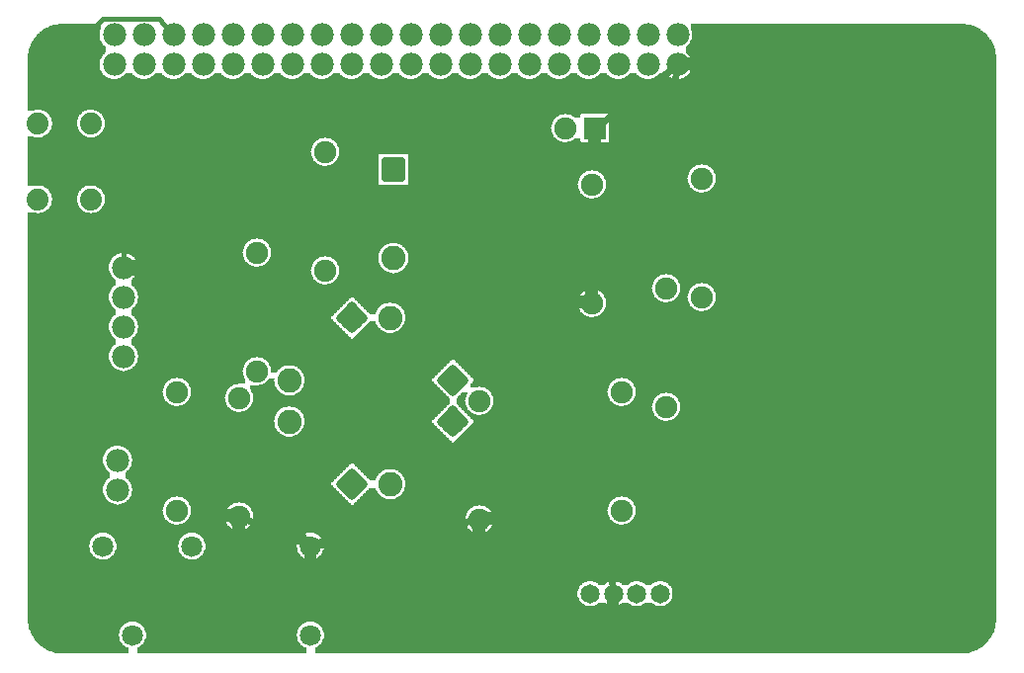
<source format=gbl>
G04 MADE WITH FRITZING*
G04 WWW.FRITZING.ORG*
G04 DOUBLE SIDED*
G04 HOLES PLATED*
G04 CONTOUR ON CENTER OF CONTOUR VECTOR*
%ASAXBY*%
%FSLAX23Y23*%
%MOIN*%
%OFA0B0*%
%SFA1.0B1.0*%
%ADD10C,0.075000*%
%ADD11C,0.078000*%
%ADD12C,0.074000*%
%ADD13C,0.071181*%
%ADD14C,0.065000*%
%ADD15C,0.082000*%
%ADD16R,0.075000X0.075000*%
%ADD17C,0.016000*%
%ADD18C,0.024000*%
%ADD19C,0.020000*%
%LNCOPPER0*%
G90*
G70*
G54D10*
X122Y2105D03*
G54D11*
X339Y2133D03*
X439Y2133D03*
X539Y2133D03*
X639Y2133D03*
X739Y2133D03*
X839Y2133D03*
X939Y2133D03*
X1039Y2133D03*
X1139Y2133D03*
X1239Y2133D03*
X1339Y2133D03*
X1439Y2133D03*
X1539Y2133D03*
X1639Y2133D03*
X1739Y2133D03*
X1839Y2133D03*
X1939Y2133D03*
X2039Y2133D03*
X2139Y2133D03*
X2239Y2133D03*
X339Y2133D03*
X439Y2133D03*
X539Y2133D03*
X639Y2133D03*
X739Y2133D03*
X839Y2133D03*
X939Y2133D03*
X1039Y2133D03*
X1139Y2133D03*
X1239Y2133D03*
X1339Y2133D03*
X1439Y2133D03*
X1539Y2133D03*
X1639Y2133D03*
X1739Y2133D03*
X1839Y2133D03*
X1939Y2133D03*
X2039Y2133D03*
X2139Y2133D03*
X2239Y2133D03*
X2239Y2033D03*
X2139Y2033D03*
X2039Y2033D03*
X1939Y2033D03*
X1839Y2033D03*
X1739Y2033D03*
X1639Y2033D03*
X1539Y2033D03*
X1439Y2033D03*
X1339Y2033D03*
X1239Y2033D03*
X1139Y2033D03*
X1039Y2033D03*
X939Y2033D03*
X839Y2033D03*
X739Y2033D03*
X639Y2033D03*
X539Y2033D03*
X439Y2033D03*
X339Y2033D03*
X339Y2133D03*
X439Y2133D03*
X539Y2133D03*
X639Y2133D03*
X739Y2133D03*
X839Y2133D03*
X939Y2133D03*
X1039Y2133D03*
X1139Y2133D03*
X1239Y2133D03*
X1339Y2133D03*
X1439Y2133D03*
X1539Y2133D03*
X1639Y2133D03*
X1739Y2133D03*
X1839Y2133D03*
X1939Y2133D03*
X2039Y2133D03*
X2139Y2133D03*
X2239Y2133D03*
X339Y2133D03*
X439Y2133D03*
X539Y2133D03*
X639Y2133D03*
X739Y2133D03*
X839Y2133D03*
X939Y2133D03*
X1039Y2133D03*
X1139Y2133D03*
X1239Y2133D03*
X1339Y2133D03*
X1439Y2133D03*
X1539Y2133D03*
X1639Y2133D03*
X1739Y2133D03*
X1839Y2133D03*
X1939Y2133D03*
X2039Y2133D03*
X2139Y2133D03*
X2239Y2133D03*
X2239Y2033D03*
X2139Y2033D03*
X2039Y2033D03*
X1939Y2033D03*
X1839Y2033D03*
X1739Y2033D03*
X1639Y2033D03*
X1539Y2033D03*
X1439Y2033D03*
X1339Y2033D03*
X1239Y2033D03*
X1139Y2033D03*
X1039Y2033D03*
X939Y2033D03*
X839Y2033D03*
X739Y2033D03*
X639Y2033D03*
X539Y2033D03*
X439Y2033D03*
X339Y2033D03*
X350Y699D03*
X350Y599D03*
X370Y1349D03*
X370Y1249D03*
X370Y1149D03*
X370Y1049D03*
G54D12*
X260Y1835D03*
X260Y1579D03*
X82Y1835D03*
X82Y1579D03*
G54D13*
X400Y109D03*
X1000Y109D03*
X1000Y409D03*
X300Y409D03*
X600Y409D03*
G54D14*
X1944Y249D03*
X2023Y249D03*
X2102Y249D03*
X2180Y249D03*
G54D10*
X1950Y1629D03*
X1950Y1229D03*
X1050Y1739D03*
X1050Y1339D03*
X820Y1399D03*
X820Y999D03*
X1570Y899D03*
X1570Y499D03*
X760Y909D03*
X760Y509D03*
X550Y929D03*
X550Y529D03*
X2200Y1279D03*
X2200Y879D03*
X2050Y929D03*
X2050Y529D03*
X2320Y1649D03*
X2320Y1249D03*
G54D15*
X1280Y1679D03*
X1280Y1381D03*
X1140Y619D03*
X930Y829D03*
X1140Y1179D03*
X930Y968D03*
X1480Y829D03*
X1270Y618D03*
X1480Y969D03*
X1270Y1179D03*
G54D10*
X1960Y1819D03*
X1860Y1819D03*
G54D16*
X1960Y1819D03*
G54D17*
X490Y2188D02*
X301Y2188D01*
D02*
X360Y1879D02*
X370Y1373D01*
D02*
X252Y1990D02*
X360Y1879D01*
D02*
X252Y2139D02*
X252Y1990D01*
D02*
X301Y2188D02*
X252Y2139D01*
D02*
X522Y2152D02*
X490Y2188D01*
G54D18*
D02*
X551Y1268D02*
X398Y1336D01*
D02*
X661Y855D02*
X551Y1268D01*
D02*
X978Y438D02*
X661Y855D01*
D02*
X1566Y664D02*
X1034Y424D01*
D02*
X1672Y919D02*
X1566Y664D01*
D02*
X1892Y928D02*
X1672Y919D01*
D02*
X2019Y272D02*
X1892Y928D01*
D02*
X2060Y1129D02*
X2233Y2004D01*
D02*
X1892Y928D02*
X2060Y1129D01*
D02*
X2019Y272D02*
X1892Y928D01*
D02*
X1542Y494D02*
X1037Y415D01*
D02*
X967Y423D02*
X787Y498D01*
D02*
X2215Y2015D02*
X1983Y1836D01*
G36*
X152Y2171D02*
X152Y2169D01*
X140Y2169D01*
X140Y2167D01*
X132Y2167D01*
X132Y2165D01*
X126Y2165D01*
X126Y2163D01*
X120Y2163D01*
X120Y2161D01*
X116Y2161D01*
X116Y2159D01*
X112Y2159D01*
X112Y2157D01*
X108Y2157D01*
X108Y2155D01*
X104Y2155D01*
X104Y2153D01*
X102Y2153D01*
X102Y2151D01*
X98Y2151D01*
X98Y2149D01*
X96Y2149D01*
X96Y2147D01*
X94Y2147D01*
X94Y2145D01*
X90Y2145D01*
X90Y2143D01*
X88Y2143D01*
X88Y2141D01*
X86Y2141D01*
X86Y2139D01*
X84Y2139D01*
X84Y2137D01*
X82Y2137D01*
X82Y2135D01*
X80Y2135D01*
X80Y2133D01*
X78Y2133D01*
X78Y2131D01*
X76Y2131D01*
X76Y2129D01*
X74Y2129D01*
X74Y2125D01*
X72Y2125D01*
X72Y2123D01*
X70Y2123D01*
X70Y2121D01*
X68Y2121D01*
X68Y2117D01*
X66Y2117D01*
X66Y2115D01*
X64Y2115D01*
X64Y2111D01*
X62Y2111D01*
X62Y2107D01*
X60Y2107D01*
X60Y2103D01*
X58Y2103D01*
X58Y2099D01*
X56Y2099D01*
X56Y2093D01*
X54Y2093D01*
X54Y2089D01*
X52Y2089D01*
X52Y2081D01*
X50Y2081D01*
X50Y2071D01*
X48Y2071D01*
X48Y1985D01*
X328Y1985D01*
X328Y1987D01*
X320Y1987D01*
X320Y1989D01*
X316Y1989D01*
X316Y1991D01*
X312Y1991D01*
X312Y1993D01*
X310Y1993D01*
X310Y1995D01*
X308Y1995D01*
X308Y1997D01*
X304Y1997D01*
X304Y1999D01*
X302Y1999D01*
X302Y2003D01*
X300Y2003D01*
X300Y2005D01*
X298Y2005D01*
X298Y2009D01*
X296Y2009D01*
X296Y2011D01*
X294Y2011D01*
X294Y2015D01*
X292Y2015D01*
X292Y2023D01*
X290Y2023D01*
X290Y2045D01*
X292Y2045D01*
X292Y2051D01*
X294Y2051D01*
X294Y2055D01*
X296Y2055D01*
X296Y2059D01*
X298Y2059D01*
X298Y2061D01*
X300Y2061D01*
X300Y2065D01*
X302Y2065D01*
X302Y2067D01*
X304Y2067D01*
X304Y2069D01*
X306Y2069D01*
X306Y2071D01*
X308Y2071D01*
X308Y2073D01*
X312Y2073D01*
X312Y2093D01*
X310Y2093D01*
X310Y2095D01*
X308Y2095D01*
X308Y2097D01*
X304Y2097D01*
X304Y2099D01*
X302Y2099D01*
X302Y2103D01*
X300Y2103D01*
X300Y2105D01*
X298Y2105D01*
X298Y2109D01*
X296Y2109D01*
X296Y2111D01*
X294Y2111D01*
X294Y2115D01*
X292Y2115D01*
X292Y2123D01*
X290Y2123D01*
X290Y2145D01*
X292Y2145D01*
X292Y2151D01*
X294Y2151D01*
X294Y2171D01*
X152Y2171D01*
G37*
D02*
G36*
X2284Y2171D02*
X2284Y2149D01*
X2286Y2149D01*
X2286Y2141D01*
X2288Y2141D01*
X2288Y2127D01*
X2286Y2127D01*
X2286Y2119D01*
X2284Y2119D01*
X2284Y2113D01*
X2282Y2113D01*
X2282Y2109D01*
X2280Y2109D01*
X2280Y2105D01*
X2278Y2105D01*
X2278Y2103D01*
X2276Y2103D01*
X2276Y2101D01*
X2274Y2101D01*
X2274Y2099D01*
X2272Y2099D01*
X2272Y2097D01*
X2270Y2097D01*
X2270Y2095D01*
X2268Y2095D01*
X2268Y2093D01*
X2266Y2093D01*
X2266Y2073D01*
X2268Y2073D01*
X2268Y2071D01*
X2270Y2071D01*
X2270Y2069D01*
X2274Y2069D01*
X2274Y2065D01*
X2276Y2065D01*
X2276Y2063D01*
X2278Y2063D01*
X2278Y2061D01*
X2280Y2061D01*
X2280Y2057D01*
X2282Y2057D01*
X2282Y2053D01*
X2284Y2053D01*
X2284Y2049D01*
X2286Y2049D01*
X2286Y2041D01*
X2288Y2041D01*
X2288Y2027D01*
X2286Y2027D01*
X2286Y2019D01*
X2284Y2019D01*
X2284Y2013D01*
X2282Y2013D01*
X2282Y2009D01*
X2280Y2009D01*
X2280Y2005D01*
X2278Y2005D01*
X2278Y2003D01*
X2276Y2003D01*
X2276Y2001D01*
X2274Y2001D01*
X2274Y1999D01*
X2272Y1999D01*
X2272Y1997D01*
X2270Y1997D01*
X2270Y1995D01*
X2268Y1995D01*
X2268Y1993D01*
X2264Y1993D01*
X2264Y1991D01*
X2260Y1991D01*
X2260Y1989D01*
X2256Y1989D01*
X2256Y1987D01*
X2250Y1987D01*
X2250Y1985D01*
X3314Y1985D01*
X3314Y2067D01*
X3312Y2067D01*
X3312Y2079D01*
X3310Y2079D01*
X3310Y2087D01*
X3308Y2087D01*
X3308Y2093D01*
X3306Y2093D01*
X3306Y2097D01*
X3304Y2097D01*
X3304Y2103D01*
X3302Y2103D01*
X3302Y2107D01*
X3300Y2107D01*
X3300Y2111D01*
X3298Y2111D01*
X3298Y2113D01*
X3296Y2113D01*
X3296Y2117D01*
X3294Y2117D01*
X3294Y2119D01*
X3292Y2119D01*
X3292Y2123D01*
X3290Y2123D01*
X3290Y2125D01*
X3288Y2125D01*
X3288Y2127D01*
X3286Y2127D01*
X3286Y2129D01*
X3284Y2129D01*
X3284Y2133D01*
X3282Y2133D01*
X3282Y2135D01*
X3280Y2135D01*
X3280Y2137D01*
X3278Y2137D01*
X3278Y2139D01*
X3276Y2139D01*
X3276Y2141D01*
X3272Y2141D01*
X3272Y2143D01*
X3270Y2143D01*
X3270Y2145D01*
X3268Y2145D01*
X3268Y2147D01*
X3266Y2147D01*
X3266Y2149D01*
X3262Y2149D01*
X3262Y2151D01*
X3260Y2151D01*
X3260Y2153D01*
X3256Y2153D01*
X3256Y2155D01*
X3254Y2155D01*
X3254Y2157D01*
X3250Y2157D01*
X3250Y2159D01*
X3246Y2159D01*
X3246Y2161D01*
X3240Y2161D01*
X3240Y2163D01*
X3236Y2163D01*
X3236Y2165D01*
X3230Y2165D01*
X3230Y2167D01*
X3222Y2167D01*
X3222Y2169D01*
X3210Y2169D01*
X3210Y2171D01*
X2284Y2171D01*
G37*
D02*
G36*
X378Y2005D02*
X378Y2003D01*
X376Y2003D01*
X376Y2001D01*
X374Y2001D01*
X374Y1999D01*
X372Y1999D01*
X372Y1997D01*
X370Y1997D01*
X370Y1995D01*
X368Y1995D01*
X368Y1993D01*
X364Y1993D01*
X364Y1991D01*
X360Y1991D01*
X360Y1989D01*
X356Y1989D01*
X356Y1987D01*
X350Y1987D01*
X350Y1985D01*
X428Y1985D01*
X428Y1987D01*
X420Y1987D01*
X420Y1989D01*
X416Y1989D01*
X416Y1991D01*
X412Y1991D01*
X412Y1993D01*
X410Y1993D01*
X410Y1995D01*
X408Y1995D01*
X408Y1997D01*
X404Y1997D01*
X404Y1999D01*
X402Y1999D01*
X402Y2003D01*
X400Y2003D01*
X400Y2005D01*
X378Y2005D01*
G37*
D02*
G36*
X478Y2005D02*
X478Y2003D01*
X476Y2003D01*
X476Y2001D01*
X474Y2001D01*
X474Y1999D01*
X472Y1999D01*
X472Y1997D01*
X470Y1997D01*
X470Y1995D01*
X468Y1995D01*
X468Y1993D01*
X464Y1993D01*
X464Y1991D01*
X460Y1991D01*
X460Y1989D01*
X456Y1989D01*
X456Y1987D01*
X450Y1987D01*
X450Y1985D01*
X528Y1985D01*
X528Y1987D01*
X520Y1987D01*
X520Y1989D01*
X516Y1989D01*
X516Y1991D01*
X512Y1991D01*
X512Y1993D01*
X510Y1993D01*
X510Y1995D01*
X508Y1995D01*
X508Y1997D01*
X504Y1997D01*
X504Y1999D01*
X502Y1999D01*
X502Y2003D01*
X500Y2003D01*
X500Y2005D01*
X478Y2005D01*
G37*
D02*
G36*
X578Y2005D02*
X578Y2003D01*
X576Y2003D01*
X576Y2001D01*
X574Y2001D01*
X574Y1999D01*
X572Y1999D01*
X572Y1997D01*
X570Y1997D01*
X570Y1995D01*
X568Y1995D01*
X568Y1993D01*
X564Y1993D01*
X564Y1991D01*
X560Y1991D01*
X560Y1989D01*
X556Y1989D01*
X556Y1987D01*
X550Y1987D01*
X550Y1985D01*
X628Y1985D01*
X628Y1987D01*
X620Y1987D01*
X620Y1989D01*
X616Y1989D01*
X616Y1991D01*
X612Y1991D01*
X612Y1993D01*
X610Y1993D01*
X610Y1995D01*
X608Y1995D01*
X608Y1997D01*
X604Y1997D01*
X604Y1999D01*
X602Y1999D01*
X602Y2003D01*
X600Y2003D01*
X600Y2005D01*
X578Y2005D01*
G37*
D02*
G36*
X678Y2005D02*
X678Y2003D01*
X676Y2003D01*
X676Y2001D01*
X674Y2001D01*
X674Y1999D01*
X672Y1999D01*
X672Y1997D01*
X670Y1997D01*
X670Y1995D01*
X668Y1995D01*
X668Y1993D01*
X664Y1993D01*
X664Y1991D01*
X660Y1991D01*
X660Y1989D01*
X656Y1989D01*
X656Y1987D01*
X650Y1987D01*
X650Y1985D01*
X728Y1985D01*
X728Y1987D01*
X720Y1987D01*
X720Y1989D01*
X716Y1989D01*
X716Y1991D01*
X712Y1991D01*
X712Y1993D01*
X710Y1993D01*
X710Y1995D01*
X708Y1995D01*
X708Y1997D01*
X704Y1997D01*
X704Y1999D01*
X702Y1999D01*
X702Y2003D01*
X700Y2003D01*
X700Y2005D01*
X678Y2005D01*
G37*
D02*
G36*
X778Y2005D02*
X778Y2003D01*
X776Y2003D01*
X776Y2001D01*
X774Y2001D01*
X774Y1999D01*
X772Y1999D01*
X772Y1997D01*
X770Y1997D01*
X770Y1995D01*
X768Y1995D01*
X768Y1993D01*
X764Y1993D01*
X764Y1991D01*
X760Y1991D01*
X760Y1989D01*
X756Y1989D01*
X756Y1987D01*
X750Y1987D01*
X750Y1985D01*
X828Y1985D01*
X828Y1987D01*
X820Y1987D01*
X820Y1989D01*
X816Y1989D01*
X816Y1991D01*
X812Y1991D01*
X812Y1993D01*
X810Y1993D01*
X810Y1995D01*
X808Y1995D01*
X808Y1997D01*
X804Y1997D01*
X804Y1999D01*
X802Y1999D01*
X802Y2003D01*
X800Y2003D01*
X800Y2005D01*
X778Y2005D01*
G37*
D02*
G36*
X878Y2005D02*
X878Y2003D01*
X876Y2003D01*
X876Y2001D01*
X874Y2001D01*
X874Y1999D01*
X872Y1999D01*
X872Y1997D01*
X870Y1997D01*
X870Y1995D01*
X868Y1995D01*
X868Y1993D01*
X864Y1993D01*
X864Y1991D01*
X860Y1991D01*
X860Y1989D01*
X856Y1989D01*
X856Y1987D01*
X850Y1987D01*
X850Y1985D01*
X928Y1985D01*
X928Y1987D01*
X920Y1987D01*
X920Y1989D01*
X916Y1989D01*
X916Y1991D01*
X912Y1991D01*
X912Y1993D01*
X910Y1993D01*
X910Y1995D01*
X908Y1995D01*
X908Y1997D01*
X904Y1997D01*
X904Y1999D01*
X902Y1999D01*
X902Y2003D01*
X900Y2003D01*
X900Y2005D01*
X878Y2005D01*
G37*
D02*
G36*
X978Y2005D02*
X978Y2003D01*
X976Y2003D01*
X976Y2001D01*
X974Y2001D01*
X974Y1999D01*
X972Y1999D01*
X972Y1997D01*
X970Y1997D01*
X970Y1995D01*
X968Y1995D01*
X968Y1993D01*
X964Y1993D01*
X964Y1991D01*
X960Y1991D01*
X960Y1989D01*
X956Y1989D01*
X956Y1987D01*
X950Y1987D01*
X950Y1985D01*
X1028Y1985D01*
X1028Y1987D01*
X1020Y1987D01*
X1020Y1989D01*
X1016Y1989D01*
X1016Y1991D01*
X1012Y1991D01*
X1012Y1993D01*
X1010Y1993D01*
X1010Y1995D01*
X1008Y1995D01*
X1008Y1997D01*
X1004Y1997D01*
X1004Y1999D01*
X1002Y1999D01*
X1002Y2003D01*
X1000Y2003D01*
X1000Y2005D01*
X978Y2005D01*
G37*
D02*
G36*
X1078Y2005D02*
X1078Y2003D01*
X1076Y2003D01*
X1076Y2001D01*
X1074Y2001D01*
X1074Y1999D01*
X1072Y1999D01*
X1072Y1997D01*
X1070Y1997D01*
X1070Y1995D01*
X1068Y1995D01*
X1068Y1993D01*
X1064Y1993D01*
X1064Y1991D01*
X1060Y1991D01*
X1060Y1989D01*
X1056Y1989D01*
X1056Y1987D01*
X1050Y1987D01*
X1050Y1985D01*
X1128Y1985D01*
X1128Y1987D01*
X1120Y1987D01*
X1120Y1989D01*
X1116Y1989D01*
X1116Y1991D01*
X1112Y1991D01*
X1112Y1993D01*
X1110Y1993D01*
X1110Y1995D01*
X1108Y1995D01*
X1108Y1997D01*
X1104Y1997D01*
X1104Y1999D01*
X1102Y1999D01*
X1102Y2003D01*
X1100Y2003D01*
X1100Y2005D01*
X1078Y2005D01*
G37*
D02*
G36*
X1178Y2005D02*
X1178Y2003D01*
X1176Y2003D01*
X1176Y2001D01*
X1174Y2001D01*
X1174Y1999D01*
X1172Y1999D01*
X1172Y1997D01*
X1170Y1997D01*
X1170Y1995D01*
X1168Y1995D01*
X1168Y1993D01*
X1164Y1993D01*
X1164Y1991D01*
X1160Y1991D01*
X1160Y1989D01*
X1156Y1989D01*
X1156Y1987D01*
X1150Y1987D01*
X1150Y1985D01*
X1228Y1985D01*
X1228Y1987D01*
X1220Y1987D01*
X1220Y1989D01*
X1216Y1989D01*
X1216Y1991D01*
X1212Y1991D01*
X1212Y1993D01*
X1210Y1993D01*
X1210Y1995D01*
X1208Y1995D01*
X1208Y1997D01*
X1204Y1997D01*
X1204Y1999D01*
X1202Y1999D01*
X1202Y2003D01*
X1200Y2003D01*
X1200Y2005D01*
X1178Y2005D01*
G37*
D02*
G36*
X1278Y2005D02*
X1278Y2003D01*
X1276Y2003D01*
X1276Y2001D01*
X1274Y2001D01*
X1274Y1999D01*
X1272Y1999D01*
X1272Y1997D01*
X1270Y1997D01*
X1270Y1995D01*
X1268Y1995D01*
X1268Y1993D01*
X1264Y1993D01*
X1264Y1991D01*
X1260Y1991D01*
X1260Y1989D01*
X1256Y1989D01*
X1256Y1987D01*
X1250Y1987D01*
X1250Y1985D01*
X1328Y1985D01*
X1328Y1987D01*
X1320Y1987D01*
X1320Y1989D01*
X1316Y1989D01*
X1316Y1991D01*
X1312Y1991D01*
X1312Y1993D01*
X1310Y1993D01*
X1310Y1995D01*
X1308Y1995D01*
X1308Y1997D01*
X1304Y1997D01*
X1304Y1999D01*
X1302Y1999D01*
X1302Y2003D01*
X1300Y2003D01*
X1300Y2005D01*
X1278Y2005D01*
G37*
D02*
G36*
X1378Y2005D02*
X1378Y2003D01*
X1376Y2003D01*
X1376Y2001D01*
X1374Y2001D01*
X1374Y1999D01*
X1372Y1999D01*
X1372Y1997D01*
X1370Y1997D01*
X1370Y1995D01*
X1368Y1995D01*
X1368Y1993D01*
X1364Y1993D01*
X1364Y1991D01*
X1360Y1991D01*
X1360Y1989D01*
X1356Y1989D01*
X1356Y1987D01*
X1350Y1987D01*
X1350Y1985D01*
X1428Y1985D01*
X1428Y1987D01*
X1420Y1987D01*
X1420Y1989D01*
X1416Y1989D01*
X1416Y1991D01*
X1412Y1991D01*
X1412Y1993D01*
X1410Y1993D01*
X1410Y1995D01*
X1408Y1995D01*
X1408Y1997D01*
X1404Y1997D01*
X1404Y1999D01*
X1402Y1999D01*
X1402Y2003D01*
X1400Y2003D01*
X1400Y2005D01*
X1378Y2005D01*
G37*
D02*
G36*
X1478Y2005D02*
X1478Y2003D01*
X1476Y2003D01*
X1476Y2001D01*
X1474Y2001D01*
X1474Y1999D01*
X1472Y1999D01*
X1472Y1997D01*
X1470Y1997D01*
X1470Y1995D01*
X1468Y1995D01*
X1468Y1993D01*
X1464Y1993D01*
X1464Y1991D01*
X1460Y1991D01*
X1460Y1989D01*
X1456Y1989D01*
X1456Y1987D01*
X1450Y1987D01*
X1450Y1985D01*
X1528Y1985D01*
X1528Y1987D01*
X1520Y1987D01*
X1520Y1989D01*
X1516Y1989D01*
X1516Y1991D01*
X1512Y1991D01*
X1512Y1993D01*
X1510Y1993D01*
X1510Y1995D01*
X1508Y1995D01*
X1508Y1997D01*
X1504Y1997D01*
X1504Y1999D01*
X1502Y1999D01*
X1502Y2003D01*
X1500Y2003D01*
X1500Y2005D01*
X1478Y2005D01*
G37*
D02*
G36*
X1578Y2005D02*
X1578Y2003D01*
X1576Y2003D01*
X1576Y2001D01*
X1574Y2001D01*
X1574Y1999D01*
X1572Y1999D01*
X1572Y1997D01*
X1570Y1997D01*
X1570Y1995D01*
X1568Y1995D01*
X1568Y1993D01*
X1564Y1993D01*
X1564Y1991D01*
X1560Y1991D01*
X1560Y1989D01*
X1556Y1989D01*
X1556Y1987D01*
X1550Y1987D01*
X1550Y1985D01*
X1628Y1985D01*
X1628Y1987D01*
X1620Y1987D01*
X1620Y1989D01*
X1616Y1989D01*
X1616Y1991D01*
X1612Y1991D01*
X1612Y1993D01*
X1610Y1993D01*
X1610Y1995D01*
X1608Y1995D01*
X1608Y1997D01*
X1604Y1997D01*
X1604Y1999D01*
X1602Y1999D01*
X1602Y2003D01*
X1600Y2003D01*
X1600Y2005D01*
X1578Y2005D01*
G37*
D02*
G36*
X1678Y2005D02*
X1678Y2003D01*
X1676Y2003D01*
X1676Y2001D01*
X1674Y2001D01*
X1674Y1999D01*
X1672Y1999D01*
X1672Y1997D01*
X1670Y1997D01*
X1670Y1995D01*
X1668Y1995D01*
X1668Y1993D01*
X1664Y1993D01*
X1664Y1991D01*
X1660Y1991D01*
X1660Y1989D01*
X1656Y1989D01*
X1656Y1987D01*
X1650Y1987D01*
X1650Y1985D01*
X1728Y1985D01*
X1728Y1987D01*
X1720Y1987D01*
X1720Y1989D01*
X1716Y1989D01*
X1716Y1991D01*
X1712Y1991D01*
X1712Y1993D01*
X1710Y1993D01*
X1710Y1995D01*
X1708Y1995D01*
X1708Y1997D01*
X1704Y1997D01*
X1704Y1999D01*
X1702Y1999D01*
X1702Y2003D01*
X1700Y2003D01*
X1700Y2005D01*
X1678Y2005D01*
G37*
D02*
G36*
X1778Y2005D02*
X1778Y2003D01*
X1776Y2003D01*
X1776Y2001D01*
X1774Y2001D01*
X1774Y1999D01*
X1772Y1999D01*
X1772Y1997D01*
X1770Y1997D01*
X1770Y1995D01*
X1768Y1995D01*
X1768Y1993D01*
X1764Y1993D01*
X1764Y1991D01*
X1760Y1991D01*
X1760Y1989D01*
X1756Y1989D01*
X1756Y1987D01*
X1750Y1987D01*
X1750Y1985D01*
X1828Y1985D01*
X1828Y1987D01*
X1820Y1987D01*
X1820Y1989D01*
X1816Y1989D01*
X1816Y1991D01*
X1812Y1991D01*
X1812Y1993D01*
X1810Y1993D01*
X1810Y1995D01*
X1808Y1995D01*
X1808Y1997D01*
X1804Y1997D01*
X1804Y1999D01*
X1802Y1999D01*
X1802Y2003D01*
X1800Y2003D01*
X1800Y2005D01*
X1778Y2005D01*
G37*
D02*
G36*
X1878Y2005D02*
X1878Y2003D01*
X1876Y2003D01*
X1876Y2001D01*
X1874Y2001D01*
X1874Y1999D01*
X1872Y1999D01*
X1872Y1997D01*
X1870Y1997D01*
X1870Y1995D01*
X1868Y1995D01*
X1868Y1993D01*
X1864Y1993D01*
X1864Y1991D01*
X1860Y1991D01*
X1860Y1989D01*
X1856Y1989D01*
X1856Y1987D01*
X1850Y1987D01*
X1850Y1985D01*
X1928Y1985D01*
X1928Y1987D01*
X1920Y1987D01*
X1920Y1989D01*
X1916Y1989D01*
X1916Y1991D01*
X1912Y1991D01*
X1912Y1993D01*
X1910Y1993D01*
X1910Y1995D01*
X1908Y1995D01*
X1908Y1997D01*
X1904Y1997D01*
X1904Y1999D01*
X1902Y1999D01*
X1902Y2003D01*
X1900Y2003D01*
X1900Y2005D01*
X1878Y2005D01*
G37*
D02*
G36*
X1978Y2005D02*
X1978Y2003D01*
X1976Y2003D01*
X1976Y2001D01*
X1974Y2001D01*
X1974Y1999D01*
X1972Y1999D01*
X1972Y1997D01*
X1970Y1997D01*
X1970Y1995D01*
X1968Y1995D01*
X1968Y1993D01*
X1964Y1993D01*
X1964Y1991D01*
X1960Y1991D01*
X1960Y1989D01*
X1956Y1989D01*
X1956Y1987D01*
X1950Y1987D01*
X1950Y1985D01*
X2028Y1985D01*
X2028Y1987D01*
X2020Y1987D01*
X2020Y1989D01*
X2016Y1989D01*
X2016Y1991D01*
X2012Y1991D01*
X2012Y1993D01*
X2010Y1993D01*
X2010Y1995D01*
X2008Y1995D01*
X2008Y1997D01*
X2004Y1997D01*
X2004Y1999D01*
X2002Y1999D01*
X2002Y2003D01*
X2000Y2003D01*
X2000Y2005D01*
X1978Y2005D01*
G37*
D02*
G36*
X2078Y2005D02*
X2078Y2003D01*
X2076Y2003D01*
X2076Y2001D01*
X2074Y2001D01*
X2074Y1999D01*
X2072Y1999D01*
X2072Y1997D01*
X2070Y1997D01*
X2070Y1995D01*
X2068Y1995D01*
X2068Y1993D01*
X2064Y1993D01*
X2064Y1991D01*
X2060Y1991D01*
X2060Y1989D01*
X2056Y1989D01*
X2056Y1987D01*
X2050Y1987D01*
X2050Y1985D01*
X2128Y1985D01*
X2128Y1987D01*
X2120Y1987D01*
X2120Y1989D01*
X2116Y1989D01*
X2116Y1991D01*
X2112Y1991D01*
X2112Y1993D01*
X2110Y1993D01*
X2110Y1995D01*
X2108Y1995D01*
X2108Y1997D01*
X2104Y1997D01*
X2104Y1999D01*
X2102Y1999D01*
X2102Y2003D01*
X2100Y2003D01*
X2100Y2005D01*
X2078Y2005D01*
G37*
D02*
G36*
X2178Y2005D02*
X2178Y2003D01*
X2176Y2003D01*
X2176Y2001D01*
X2174Y2001D01*
X2174Y1999D01*
X2172Y1999D01*
X2172Y1997D01*
X2170Y1997D01*
X2170Y1995D01*
X2168Y1995D01*
X2168Y1993D01*
X2164Y1993D01*
X2164Y1991D01*
X2160Y1991D01*
X2160Y1989D01*
X2156Y1989D01*
X2156Y1987D01*
X2150Y1987D01*
X2150Y1985D01*
X2228Y1985D01*
X2228Y1987D01*
X2220Y1987D01*
X2220Y1989D01*
X2216Y1989D01*
X2216Y1991D01*
X2212Y1991D01*
X2212Y1993D01*
X2210Y1993D01*
X2210Y1995D01*
X2208Y1995D01*
X2208Y1997D01*
X2204Y1997D01*
X2204Y1999D01*
X2202Y1999D01*
X2202Y2003D01*
X2200Y2003D01*
X2200Y2005D01*
X2178Y2005D01*
G37*
D02*
G36*
X48Y1985D02*
X48Y1983D01*
X3314Y1983D01*
X3314Y1985D01*
X48Y1985D01*
G37*
D02*
G36*
X48Y1985D02*
X48Y1983D01*
X3314Y1983D01*
X3314Y1985D01*
X48Y1985D01*
G37*
D02*
G36*
X48Y1985D02*
X48Y1983D01*
X3314Y1983D01*
X3314Y1985D01*
X48Y1985D01*
G37*
D02*
G36*
X48Y1985D02*
X48Y1983D01*
X3314Y1983D01*
X3314Y1985D01*
X48Y1985D01*
G37*
D02*
G36*
X48Y1985D02*
X48Y1983D01*
X3314Y1983D01*
X3314Y1985D01*
X48Y1985D01*
G37*
D02*
G36*
X48Y1985D02*
X48Y1983D01*
X3314Y1983D01*
X3314Y1985D01*
X48Y1985D01*
G37*
D02*
G36*
X48Y1985D02*
X48Y1983D01*
X3314Y1983D01*
X3314Y1985D01*
X48Y1985D01*
G37*
D02*
G36*
X48Y1985D02*
X48Y1983D01*
X3314Y1983D01*
X3314Y1985D01*
X48Y1985D01*
G37*
D02*
G36*
X48Y1985D02*
X48Y1983D01*
X3314Y1983D01*
X3314Y1985D01*
X48Y1985D01*
G37*
D02*
G36*
X48Y1985D02*
X48Y1983D01*
X3314Y1983D01*
X3314Y1985D01*
X48Y1985D01*
G37*
D02*
G36*
X48Y1985D02*
X48Y1983D01*
X3314Y1983D01*
X3314Y1985D01*
X48Y1985D01*
G37*
D02*
G36*
X48Y1985D02*
X48Y1983D01*
X3314Y1983D01*
X3314Y1985D01*
X48Y1985D01*
G37*
D02*
G36*
X48Y1985D02*
X48Y1983D01*
X3314Y1983D01*
X3314Y1985D01*
X48Y1985D01*
G37*
D02*
G36*
X48Y1985D02*
X48Y1983D01*
X3314Y1983D01*
X3314Y1985D01*
X48Y1985D01*
G37*
D02*
G36*
X48Y1985D02*
X48Y1983D01*
X3314Y1983D01*
X3314Y1985D01*
X48Y1985D01*
G37*
D02*
G36*
X48Y1985D02*
X48Y1983D01*
X3314Y1983D01*
X3314Y1985D01*
X48Y1985D01*
G37*
D02*
G36*
X48Y1985D02*
X48Y1983D01*
X3314Y1983D01*
X3314Y1985D01*
X48Y1985D01*
G37*
D02*
G36*
X48Y1985D02*
X48Y1983D01*
X3314Y1983D01*
X3314Y1985D01*
X48Y1985D01*
G37*
D02*
G36*
X48Y1985D02*
X48Y1983D01*
X3314Y1983D01*
X3314Y1985D01*
X48Y1985D01*
G37*
D02*
G36*
X48Y1985D02*
X48Y1983D01*
X3314Y1983D01*
X3314Y1985D01*
X48Y1985D01*
G37*
D02*
G36*
X48Y1985D02*
X48Y1983D01*
X3314Y1983D01*
X3314Y1985D01*
X48Y1985D01*
G37*
D02*
G36*
X48Y1983D02*
X48Y1881D01*
X272Y1881D01*
X272Y1879D01*
X278Y1879D01*
X278Y1877D01*
X282Y1877D01*
X282Y1875D01*
X286Y1875D01*
X286Y1873D01*
X288Y1873D01*
X288Y1871D01*
X292Y1871D01*
X292Y1869D01*
X294Y1869D01*
X294Y1867D01*
X2008Y1867D01*
X2008Y1771D01*
X3314Y1771D01*
X3314Y1983D01*
X48Y1983D01*
G37*
D02*
G36*
X48Y1881D02*
X48Y1879D01*
X70Y1879D01*
X70Y1881D01*
X48Y1881D01*
G37*
D02*
G36*
X94Y1881D02*
X94Y1879D01*
X100Y1879D01*
X100Y1877D01*
X104Y1877D01*
X104Y1875D01*
X108Y1875D01*
X108Y1873D01*
X110Y1873D01*
X110Y1871D01*
X114Y1871D01*
X114Y1869D01*
X116Y1869D01*
X116Y1867D01*
X118Y1867D01*
X118Y1863D01*
X120Y1863D01*
X120Y1861D01*
X122Y1861D01*
X122Y1857D01*
X124Y1857D01*
X124Y1855D01*
X126Y1855D01*
X126Y1849D01*
X128Y1849D01*
X128Y1841D01*
X130Y1841D01*
X130Y1829D01*
X128Y1829D01*
X128Y1821D01*
X126Y1821D01*
X126Y1815D01*
X124Y1815D01*
X124Y1811D01*
X122Y1811D01*
X122Y1809D01*
X120Y1809D01*
X120Y1805D01*
X118Y1805D01*
X118Y1803D01*
X116Y1803D01*
X116Y1801D01*
X114Y1801D01*
X114Y1799D01*
X112Y1799D01*
X112Y1797D01*
X108Y1797D01*
X108Y1795D01*
X106Y1795D01*
X106Y1793D01*
X102Y1793D01*
X102Y1791D01*
X96Y1791D01*
X96Y1789D01*
X86Y1789D01*
X86Y1787D01*
X256Y1787D01*
X256Y1789D01*
X246Y1789D01*
X246Y1791D01*
X242Y1791D01*
X242Y1793D01*
X238Y1793D01*
X238Y1795D01*
X234Y1795D01*
X234Y1797D01*
X232Y1797D01*
X232Y1799D01*
X230Y1799D01*
X230Y1801D01*
X226Y1801D01*
X226Y1805D01*
X224Y1805D01*
X224Y1807D01*
X222Y1807D01*
X222Y1809D01*
X220Y1809D01*
X220Y1813D01*
X218Y1813D01*
X218Y1817D01*
X216Y1817D01*
X216Y1823D01*
X214Y1823D01*
X214Y1847D01*
X216Y1847D01*
X216Y1853D01*
X218Y1853D01*
X218Y1857D01*
X220Y1857D01*
X220Y1861D01*
X222Y1861D01*
X222Y1863D01*
X224Y1863D01*
X224Y1865D01*
X226Y1865D01*
X226Y1867D01*
X228Y1867D01*
X228Y1869D01*
X230Y1869D01*
X230Y1871D01*
X232Y1871D01*
X232Y1873D01*
X234Y1873D01*
X234Y1875D01*
X238Y1875D01*
X238Y1877D01*
X242Y1877D01*
X242Y1879D01*
X248Y1879D01*
X248Y1881D01*
X94Y1881D01*
G37*
D02*
G36*
X296Y1867D02*
X296Y1863D01*
X298Y1863D01*
X298Y1861D01*
X300Y1861D01*
X300Y1857D01*
X302Y1857D01*
X302Y1855D01*
X304Y1855D01*
X304Y1849D01*
X306Y1849D01*
X306Y1841D01*
X308Y1841D01*
X308Y1829D01*
X306Y1829D01*
X306Y1821D01*
X304Y1821D01*
X304Y1815D01*
X302Y1815D01*
X302Y1811D01*
X300Y1811D01*
X300Y1809D01*
X298Y1809D01*
X298Y1805D01*
X296Y1805D01*
X296Y1803D01*
X294Y1803D01*
X294Y1801D01*
X292Y1801D01*
X292Y1799D01*
X290Y1799D01*
X290Y1797D01*
X286Y1797D01*
X286Y1795D01*
X284Y1795D01*
X284Y1793D01*
X280Y1793D01*
X280Y1791D01*
X274Y1791D01*
X274Y1789D01*
X264Y1789D01*
X264Y1787D01*
X1054Y1787D01*
X1054Y1785D01*
X1064Y1785D01*
X1064Y1783D01*
X1070Y1783D01*
X1070Y1781D01*
X1074Y1781D01*
X1074Y1779D01*
X1076Y1779D01*
X1076Y1777D01*
X1080Y1777D01*
X1080Y1775D01*
X1082Y1775D01*
X1082Y1773D01*
X1084Y1773D01*
X1084Y1771D01*
X1852Y1771D01*
X1852Y1773D01*
X1846Y1773D01*
X1846Y1775D01*
X1840Y1775D01*
X1840Y1777D01*
X1836Y1777D01*
X1836Y1779D01*
X1834Y1779D01*
X1834Y1781D01*
X1830Y1781D01*
X1830Y1783D01*
X1828Y1783D01*
X1828Y1785D01*
X1826Y1785D01*
X1826Y1787D01*
X1824Y1787D01*
X1824Y1789D01*
X1822Y1789D01*
X1822Y1793D01*
X1820Y1793D01*
X1820Y1797D01*
X1818Y1797D01*
X1818Y1799D01*
X1816Y1799D01*
X1816Y1805D01*
X1814Y1805D01*
X1814Y1817D01*
X1812Y1817D01*
X1812Y1821D01*
X1814Y1821D01*
X1814Y1831D01*
X1816Y1831D01*
X1816Y1837D01*
X1818Y1837D01*
X1818Y1841D01*
X1820Y1841D01*
X1820Y1845D01*
X1822Y1845D01*
X1822Y1847D01*
X1824Y1847D01*
X1824Y1851D01*
X1826Y1851D01*
X1826Y1853D01*
X1828Y1853D01*
X1828Y1855D01*
X1832Y1855D01*
X1832Y1857D01*
X1834Y1857D01*
X1834Y1859D01*
X1838Y1859D01*
X1838Y1861D01*
X1840Y1861D01*
X1840Y1863D01*
X1846Y1863D01*
X1846Y1865D01*
X1856Y1865D01*
X1856Y1867D01*
X296Y1867D01*
G37*
D02*
G36*
X1864Y1867D02*
X1864Y1865D01*
X1874Y1865D01*
X1874Y1863D01*
X1880Y1863D01*
X1880Y1861D01*
X1884Y1861D01*
X1884Y1859D01*
X1886Y1859D01*
X1886Y1857D01*
X1890Y1857D01*
X1890Y1855D01*
X1892Y1855D01*
X1892Y1853D01*
X1912Y1853D01*
X1912Y1865D01*
X1914Y1865D01*
X1914Y1867D01*
X1864Y1867D01*
G37*
D02*
G36*
X48Y1791D02*
X48Y1787D01*
X78Y1787D01*
X78Y1789D01*
X68Y1789D01*
X68Y1791D01*
X48Y1791D01*
G37*
D02*
G36*
X48Y1787D02*
X48Y1785D01*
X1046Y1785D01*
X1046Y1787D01*
X48Y1787D01*
G37*
D02*
G36*
X48Y1787D02*
X48Y1785D01*
X1046Y1785D01*
X1046Y1787D01*
X48Y1787D01*
G37*
D02*
G36*
X48Y1787D02*
X48Y1785D01*
X1046Y1785D01*
X1046Y1787D01*
X48Y1787D01*
G37*
D02*
G36*
X48Y1785D02*
X48Y1691D01*
X1042Y1691D01*
X1042Y1693D01*
X1036Y1693D01*
X1036Y1695D01*
X1030Y1695D01*
X1030Y1697D01*
X1026Y1697D01*
X1026Y1699D01*
X1024Y1699D01*
X1024Y1701D01*
X1020Y1701D01*
X1020Y1703D01*
X1018Y1703D01*
X1018Y1705D01*
X1016Y1705D01*
X1016Y1707D01*
X1014Y1707D01*
X1014Y1709D01*
X1012Y1709D01*
X1012Y1713D01*
X1010Y1713D01*
X1010Y1717D01*
X1008Y1717D01*
X1008Y1719D01*
X1006Y1719D01*
X1006Y1725D01*
X1004Y1725D01*
X1004Y1737D01*
X1002Y1737D01*
X1002Y1741D01*
X1004Y1741D01*
X1004Y1751D01*
X1006Y1751D01*
X1006Y1757D01*
X1008Y1757D01*
X1008Y1761D01*
X1010Y1761D01*
X1010Y1765D01*
X1012Y1765D01*
X1012Y1767D01*
X1014Y1767D01*
X1014Y1771D01*
X1016Y1771D01*
X1016Y1773D01*
X1018Y1773D01*
X1018Y1775D01*
X1022Y1775D01*
X1022Y1777D01*
X1024Y1777D01*
X1024Y1779D01*
X1028Y1779D01*
X1028Y1781D01*
X1030Y1781D01*
X1030Y1783D01*
X1036Y1783D01*
X1036Y1785D01*
X48Y1785D01*
G37*
D02*
G36*
X1892Y1785D02*
X1892Y1783D01*
X1890Y1783D01*
X1890Y1781D01*
X1888Y1781D01*
X1888Y1779D01*
X1884Y1779D01*
X1884Y1777D01*
X1880Y1777D01*
X1880Y1775D01*
X1876Y1775D01*
X1876Y1773D01*
X1868Y1773D01*
X1868Y1771D01*
X1914Y1771D01*
X1914Y1773D01*
X1912Y1773D01*
X1912Y1785D01*
X1892Y1785D01*
G37*
D02*
G36*
X1086Y1771D02*
X1086Y1769D01*
X3314Y1769D01*
X3314Y1771D01*
X1086Y1771D01*
G37*
D02*
G36*
X1086Y1771D02*
X1086Y1769D01*
X3314Y1769D01*
X3314Y1771D01*
X1086Y1771D01*
G37*
D02*
G36*
X1086Y1771D02*
X1086Y1769D01*
X3314Y1769D01*
X3314Y1771D01*
X1086Y1771D01*
G37*
D02*
G36*
X1088Y1769D02*
X1088Y1767D01*
X1090Y1767D01*
X1090Y1763D01*
X1092Y1763D01*
X1092Y1759D01*
X1094Y1759D01*
X1094Y1755D01*
X1096Y1755D01*
X1096Y1747D01*
X1098Y1747D01*
X1098Y1731D01*
X1332Y1731D01*
X1332Y1697D01*
X2324Y1697D01*
X2324Y1695D01*
X2334Y1695D01*
X2334Y1693D01*
X2340Y1693D01*
X2340Y1691D01*
X2344Y1691D01*
X2344Y1689D01*
X2346Y1689D01*
X2346Y1687D01*
X2350Y1687D01*
X2350Y1685D01*
X2352Y1685D01*
X2352Y1683D01*
X2354Y1683D01*
X2354Y1681D01*
X2356Y1681D01*
X2356Y1679D01*
X2358Y1679D01*
X2358Y1677D01*
X2360Y1677D01*
X2360Y1673D01*
X2362Y1673D01*
X2362Y1669D01*
X2364Y1669D01*
X2364Y1665D01*
X2366Y1665D01*
X2366Y1657D01*
X2368Y1657D01*
X2368Y1641D01*
X2366Y1641D01*
X2366Y1633D01*
X2364Y1633D01*
X2364Y1629D01*
X2362Y1629D01*
X2362Y1625D01*
X2360Y1625D01*
X2360Y1621D01*
X2358Y1621D01*
X2358Y1619D01*
X2356Y1619D01*
X2356Y1617D01*
X2354Y1617D01*
X2354Y1615D01*
X2352Y1615D01*
X2352Y1613D01*
X2350Y1613D01*
X2350Y1611D01*
X2348Y1611D01*
X2348Y1609D01*
X2344Y1609D01*
X2344Y1607D01*
X2340Y1607D01*
X2340Y1605D01*
X2336Y1605D01*
X2336Y1603D01*
X2328Y1603D01*
X2328Y1601D01*
X3314Y1601D01*
X3314Y1769D01*
X1088Y1769D01*
G37*
D02*
G36*
X1096Y1731D02*
X1096Y1723D01*
X1094Y1723D01*
X1094Y1719D01*
X1092Y1719D01*
X1092Y1715D01*
X1090Y1715D01*
X1090Y1711D01*
X1088Y1711D01*
X1088Y1709D01*
X1086Y1709D01*
X1086Y1707D01*
X1084Y1707D01*
X1084Y1705D01*
X1082Y1705D01*
X1082Y1703D01*
X1080Y1703D01*
X1080Y1701D01*
X1078Y1701D01*
X1078Y1699D01*
X1074Y1699D01*
X1074Y1697D01*
X1070Y1697D01*
X1070Y1695D01*
X1066Y1695D01*
X1066Y1693D01*
X1058Y1693D01*
X1058Y1691D01*
X1230Y1691D01*
X1230Y1731D01*
X1096Y1731D01*
G37*
D02*
G36*
X1332Y1697D02*
X1332Y1677D01*
X1954Y1677D01*
X1954Y1675D01*
X1964Y1675D01*
X1964Y1673D01*
X1970Y1673D01*
X1970Y1671D01*
X1974Y1671D01*
X1974Y1669D01*
X1976Y1669D01*
X1976Y1667D01*
X1980Y1667D01*
X1980Y1665D01*
X1982Y1665D01*
X1982Y1663D01*
X1984Y1663D01*
X1984Y1661D01*
X1986Y1661D01*
X1986Y1659D01*
X1988Y1659D01*
X1988Y1657D01*
X1990Y1657D01*
X1990Y1653D01*
X1992Y1653D01*
X1992Y1649D01*
X1994Y1649D01*
X1994Y1645D01*
X1996Y1645D01*
X1996Y1637D01*
X1998Y1637D01*
X1998Y1621D01*
X1996Y1621D01*
X1996Y1613D01*
X1994Y1613D01*
X1994Y1609D01*
X1992Y1609D01*
X1992Y1605D01*
X1990Y1605D01*
X1990Y1601D01*
X2312Y1601D01*
X2312Y1603D01*
X2306Y1603D01*
X2306Y1605D01*
X2300Y1605D01*
X2300Y1607D01*
X2296Y1607D01*
X2296Y1609D01*
X2294Y1609D01*
X2294Y1611D01*
X2290Y1611D01*
X2290Y1613D01*
X2288Y1613D01*
X2288Y1615D01*
X2286Y1615D01*
X2286Y1617D01*
X2284Y1617D01*
X2284Y1619D01*
X2282Y1619D01*
X2282Y1623D01*
X2280Y1623D01*
X2280Y1627D01*
X2278Y1627D01*
X2278Y1629D01*
X2276Y1629D01*
X2276Y1635D01*
X2274Y1635D01*
X2274Y1647D01*
X2272Y1647D01*
X2272Y1651D01*
X2274Y1651D01*
X2274Y1661D01*
X2276Y1661D01*
X2276Y1667D01*
X2278Y1667D01*
X2278Y1671D01*
X2280Y1671D01*
X2280Y1675D01*
X2282Y1675D01*
X2282Y1677D01*
X2284Y1677D01*
X2284Y1681D01*
X2286Y1681D01*
X2286Y1683D01*
X2288Y1683D01*
X2288Y1685D01*
X2292Y1685D01*
X2292Y1687D01*
X2294Y1687D01*
X2294Y1689D01*
X2298Y1689D01*
X2298Y1691D01*
X2300Y1691D01*
X2300Y1693D01*
X2306Y1693D01*
X2306Y1695D01*
X2316Y1695D01*
X2316Y1697D01*
X1332Y1697D01*
G37*
D02*
G36*
X48Y1691D02*
X48Y1689D01*
X1230Y1689D01*
X1230Y1691D01*
X48Y1691D01*
G37*
D02*
G36*
X48Y1691D02*
X48Y1689D01*
X1230Y1689D01*
X1230Y1691D01*
X48Y1691D01*
G37*
D02*
G36*
X48Y1689D02*
X48Y1627D01*
X1276Y1627D01*
X1276Y1629D01*
X1230Y1629D01*
X1230Y1689D01*
X48Y1689D01*
G37*
D02*
G36*
X1332Y1677D02*
X1332Y1629D01*
X1284Y1629D01*
X1284Y1627D01*
X1902Y1627D01*
X1902Y1631D01*
X1904Y1631D01*
X1904Y1641D01*
X1906Y1641D01*
X1906Y1647D01*
X1908Y1647D01*
X1908Y1651D01*
X1910Y1651D01*
X1910Y1655D01*
X1912Y1655D01*
X1912Y1657D01*
X1914Y1657D01*
X1914Y1661D01*
X1916Y1661D01*
X1916Y1663D01*
X1918Y1663D01*
X1918Y1665D01*
X1922Y1665D01*
X1922Y1667D01*
X1924Y1667D01*
X1924Y1669D01*
X1928Y1669D01*
X1928Y1671D01*
X1930Y1671D01*
X1930Y1673D01*
X1936Y1673D01*
X1936Y1675D01*
X1946Y1675D01*
X1946Y1677D01*
X1332Y1677D01*
G37*
D02*
G36*
X48Y1627D02*
X48Y1625D01*
X1904Y1625D01*
X1904Y1627D01*
X48Y1627D01*
G37*
D02*
G36*
X48Y1627D02*
X48Y1625D01*
X1904Y1625D01*
X1904Y1627D01*
X48Y1627D01*
G37*
D02*
G36*
X48Y1625D02*
X48Y1623D01*
X70Y1623D01*
X70Y1625D01*
X48Y1625D01*
G37*
D02*
G36*
X94Y1625D02*
X94Y1623D01*
X100Y1623D01*
X100Y1621D01*
X104Y1621D01*
X104Y1619D01*
X108Y1619D01*
X108Y1617D01*
X110Y1617D01*
X110Y1615D01*
X114Y1615D01*
X114Y1613D01*
X116Y1613D01*
X116Y1611D01*
X118Y1611D01*
X118Y1607D01*
X120Y1607D01*
X120Y1605D01*
X122Y1605D01*
X122Y1601D01*
X124Y1601D01*
X124Y1599D01*
X126Y1599D01*
X126Y1593D01*
X128Y1593D01*
X128Y1585D01*
X130Y1585D01*
X130Y1573D01*
X128Y1573D01*
X128Y1565D01*
X126Y1565D01*
X126Y1559D01*
X124Y1559D01*
X124Y1555D01*
X122Y1555D01*
X122Y1553D01*
X120Y1553D01*
X120Y1549D01*
X118Y1549D01*
X118Y1547D01*
X116Y1547D01*
X116Y1545D01*
X114Y1545D01*
X114Y1543D01*
X112Y1543D01*
X112Y1541D01*
X108Y1541D01*
X108Y1539D01*
X106Y1539D01*
X106Y1537D01*
X102Y1537D01*
X102Y1535D01*
X96Y1535D01*
X96Y1533D01*
X86Y1533D01*
X86Y1531D01*
X256Y1531D01*
X256Y1533D01*
X246Y1533D01*
X246Y1535D01*
X242Y1535D01*
X242Y1537D01*
X238Y1537D01*
X238Y1539D01*
X234Y1539D01*
X234Y1541D01*
X232Y1541D01*
X232Y1543D01*
X230Y1543D01*
X230Y1545D01*
X226Y1545D01*
X226Y1549D01*
X224Y1549D01*
X224Y1551D01*
X222Y1551D01*
X222Y1553D01*
X220Y1553D01*
X220Y1557D01*
X218Y1557D01*
X218Y1561D01*
X216Y1561D01*
X216Y1567D01*
X214Y1567D01*
X214Y1591D01*
X216Y1591D01*
X216Y1597D01*
X218Y1597D01*
X218Y1601D01*
X220Y1601D01*
X220Y1605D01*
X222Y1605D01*
X222Y1607D01*
X224Y1607D01*
X224Y1609D01*
X226Y1609D01*
X226Y1611D01*
X228Y1611D01*
X228Y1613D01*
X230Y1613D01*
X230Y1615D01*
X232Y1615D01*
X232Y1617D01*
X234Y1617D01*
X234Y1619D01*
X238Y1619D01*
X238Y1621D01*
X242Y1621D01*
X242Y1623D01*
X248Y1623D01*
X248Y1625D01*
X94Y1625D01*
G37*
D02*
G36*
X272Y1625D02*
X272Y1623D01*
X278Y1623D01*
X278Y1621D01*
X282Y1621D01*
X282Y1619D01*
X286Y1619D01*
X286Y1617D01*
X288Y1617D01*
X288Y1615D01*
X292Y1615D01*
X292Y1613D01*
X294Y1613D01*
X294Y1611D01*
X296Y1611D01*
X296Y1607D01*
X298Y1607D01*
X298Y1605D01*
X300Y1605D01*
X300Y1601D01*
X302Y1601D01*
X302Y1599D01*
X304Y1599D01*
X304Y1593D01*
X306Y1593D01*
X306Y1585D01*
X308Y1585D01*
X308Y1581D01*
X1942Y1581D01*
X1942Y1583D01*
X1936Y1583D01*
X1936Y1585D01*
X1930Y1585D01*
X1930Y1587D01*
X1926Y1587D01*
X1926Y1589D01*
X1924Y1589D01*
X1924Y1591D01*
X1920Y1591D01*
X1920Y1593D01*
X1918Y1593D01*
X1918Y1595D01*
X1916Y1595D01*
X1916Y1597D01*
X1914Y1597D01*
X1914Y1599D01*
X1912Y1599D01*
X1912Y1603D01*
X1910Y1603D01*
X1910Y1607D01*
X1908Y1607D01*
X1908Y1609D01*
X1906Y1609D01*
X1906Y1615D01*
X1904Y1615D01*
X1904Y1625D01*
X272Y1625D01*
G37*
D02*
G36*
X1988Y1601D02*
X1988Y1599D01*
X3314Y1599D01*
X3314Y1601D01*
X1988Y1601D01*
G37*
D02*
G36*
X1988Y1601D02*
X1988Y1599D01*
X3314Y1599D01*
X3314Y1601D01*
X1988Y1601D01*
G37*
D02*
G36*
X1986Y1599D02*
X1986Y1597D01*
X1984Y1597D01*
X1984Y1595D01*
X1982Y1595D01*
X1982Y1593D01*
X1980Y1593D01*
X1980Y1591D01*
X1978Y1591D01*
X1978Y1589D01*
X1974Y1589D01*
X1974Y1587D01*
X1970Y1587D01*
X1970Y1585D01*
X1966Y1585D01*
X1966Y1583D01*
X1958Y1583D01*
X1958Y1581D01*
X3314Y1581D01*
X3314Y1599D01*
X1986Y1599D01*
G37*
D02*
G36*
X308Y1581D02*
X308Y1579D01*
X3314Y1579D01*
X3314Y1581D01*
X308Y1581D01*
G37*
D02*
G36*
X308Y1581D02*
X308Y1579D01*
X3314Y1579D01*
X3314Y1581D01*
X308Y1581D01*
G37*
D02*
G36*
X308Y1579D02*
X308Y1573D01*
X306Y1573D01*
X306Y1565D01*
X304Y1565D01*
X304Y1559D01*
X302Y1559D01*
X302Y1555D01*
X300Y1555D01*
X300Y1553D01*
X298Y1553D01*
X298Y1549D01*
X296Y1549D01*
X296Y1547D01*
X294Y1547D01*
X294Y1545D01*
X292Y1545D01*
X292Y1543D01*
X290Y1543D01*
X290Y1541D01*
X286Y1541D01*
X286Y1539D01*
X284Y1539D01*
X284Y1537D01*
X280Y1537D01*
X280Y1535D01*
X274Y1535D01*
X274Y1533D01*
X264Y1533D01*
X264Y1531D01*
X3314Y1531D01*
X3314Y1579D01*
X308Y1579D01*
G37*
D02*
G36*
X48Y1535D02*
X48Y1531D01*
X78Y1531D01*
X78Y1533D01*
X68Y1533D01*
X68Y1535D01*
X48Y1535D01*
G37*
D02*
G36*
X48Y1531D02*
X48Y1529D01*
X3314Y1529D01*
X3314Y1531D01*
X48Y1531D01*
G37*
D02*
G36*
X48Y1531D02*
X48Y1529D01*
X3314Y1529D01*
X3314Y1531D01*
X48Y1531D01*
G37*
D02*
G36*
X48Y1531D02*
X48Y1529D01*
X3314Y1529D01*
X3314Y1531D01*
X48Y1531D01*
G37*
D02*
G36*
X48Y1529D02*
X48Y1447D01*
X824Y1447D01*
X824Y1445D01*
X834Y1445D01*
X834Y1443D01*
X840Y1443D01*
X840Y1441D01*
X844Y1441D01*
X844Y1439D01*
X846Y1439D01*
X846Y1437D01*
X850Y1437D01*
X850Y1435D01*
X852Y1435D01*
X852Y1433D01*
X854Y1433D01*
X854Y1431D01*
X1294Y1431D01*
X1294Y1429D01*
X1300Y1429D01*
X1300Y1427D01*
X1304Y1427D01*
X1304Y1425D01*
X1308Y1425D01*
X1308Y1423D01*
X1310Y1423D01*
X1310Y1421D01*
X1312Y1421D01*
X1312Y1419D01*
X1316Y1419D01*
X1316Y1417D01*
X1318Y1417D01*
X1318Y1413D01*
X1320Y1413D01*
X1320Y1411D01*
X1322Y1411D01*
X1322Y1409D01*
X1324Y1409D01*
X1324Y1405D01*
X1326Y1405D01*
X1326Y1401D01*
X1328Y1401D01*
X1328Y1397D01*
X1330Y1397D01*
X1330Y1387D01*
X1332Y1387D01*
X1332Y1375D01*
X1330Y1375D01*
X1330Y1365D01*
X1328Y1365D01*
X1328Y1361D01*
X1326Y1361D01*
X1326Y1357D01*
X1324Y1357D01*
X1324Y1353D01*
X1322Y1353D01*
X1322Y1351D01*
X1320Y1351D01*
X1320Y1347D01*
X1318Y1347D01*
X1318Y1345D01*
X1316Y1345D01*
X1316Y1343D01*
X1314Y1343D01*
X1314Y1341D01*
X1310Y1341D01*
X1310Y1339D01*
X1308Y1339D01*
X1308Y1337D01*
X1304Y1337D01*
X1304Y1335D01*
X1300Y1335D01*
X1300Y1333D01*
X1296Y1333D01*
X1296Y1331D01*
X1284Y1331D01*
X1284Y1329D01*
X3314Y1329D01*
X3314Y1529D01*
X48Y1529D01*
G37*
D02*
G36*
X48Y1447D02*
X48Y1397D01*
X382Y1397D01*
X382Y1395D01*
X390Y1395D01*
X390Y1393D01*
X392Y1393D01*
X392Y1391D01*
X396Y1391D01*
X396Y1389D01*
X400Y1389D01*
X400Y1387D01*
X402Y1387D01*
X402Y1385D01*
X404Y1385D01*
X404Y1383D01*
X406Y1383D01*
X406Y1381D01*
X408Y1381D01*
X408Y1379D01*
X410Y1379D01*
X410Y1375D01*
X412Y1375D01*
X412Y1373D01*
X414Y1373D01*
X414Y1369D01*
X416Y1369D01*
X416Y1363D01*
X418Y1363D01*
X418Y1355D01*
X420Y1355D01*
X420Y1351D01*
X812Y1351D01*
X812Y1353D01*
X806Y1353D01*
X806Y1355D01*
X800Y1355D01*
X800Y1357D01*
X796Y1357D01*
X796Y1359D01*
X794Y1359D01*
X794Y1361D01*
X790Y1361D01*
X790Y1363D01*
X788Y1363D01*
X788Y1365D01*
X786Y1365D01*
X786Y1367D01*
X784Y1367D01*
X784Y1369D01*
X782Y1369D01*
X782Y1373D01*
X780Y1373D01*
X780Y1375D01*
X778Y1375D01*
X778Y1379D01*
X776Y1379D01*
X776Y1385D01*
X774Y1385D01*
X774Y1397D01*
X772Y1397D01*
X772Y1401D01*
X774Y1401D01*
X774Y1411D01*
X776Y1411D01*
X776Y1417D01*
X778Y1417D01*
X778Y1421D01*
X780Y1421D01*
X780Y1425D01*
X782Y1425D01*
X782Y1427D01*
X784Y1427D01*
X784Y1431D01*
X786Y1431D01*
X786Y1433D01*
X788Y1433D01*
X788Y1435D01*
X792Y1435D01*
X792Y1437D01*
X794Y1437D01*
X794Y1439D01*
X798Y1439D01*
X798Y1441D01*
X800Y1441D01*
X800Y1443D01*
X806Y1443D01*
X806Y1445D01*
X816Y1445D01*
X816Y1447D01*
X48Y1447D01*
G37*
D02*
G36*
X856Y1431D02*
X856Y1429D01*
X858Y1429D01*
X858Y1427D01*
X860Y1427D01*
X860Y1423D01*
X862Y1423D01*
X862Y1419D01*
X864Y1419D01*
X864Y1415D01*
X866Y1415D01*
X866Y1407D01*
X868Y1407D01*
X868Y1391D01*
X866Y1391D01*
X866Y1387D01*
X1054Y1387D01*
X1054Y1385D01*
X1064Y1385D01*
X1064Y1383D01*
X1070Y1383D01*
X1070Y1381D01*
X1074Y1381D01*
X1074Y1379D01*
X1076Y1379D01*
X1076Y1377D01*
X1080Y1377D01*
X1080Y1375D01*
X1082Y1375D01*
X1082Y1373D01*
X1084Y1373D01*
X1084Y1371D01*
X1086Y1371D01*
X1086Y1369D01*
X1088Y1369D01*
X1088Y1367D01*
X1090Y1367D01*
X1090Y1363D01*
X1092Y1363D01*
X1092Y1359D01*
X1094Y1359D01*
X1094Y1355D01*
X1096Y1355D01*
X1096Y1347D01*
X1098Y1347D01*
X1098Y1331D01*
X1096Y1331D01*
X1096Y1329D01*
X1276Y1329D01*
X1276Y1331D01*
X1266Y1331D01*
X1266Y1333D01*
X1260Y1333D01*
X1260Y1335D01*
X1256Y1335D01*
X1256Y1337D01*
X1252Y1337D01*
X1252Y1339D01*
X1250Y1339D01*
X1250Y1341D01*
X1248Y1341D01*
X1248Y1343D01*
X1246Y1343D01*
X1246Y1345D01*
X1244Y1345D01*
X1244Y1347D01*
X1242Y1347D01*
X1242Y1349D01*
X1240Y1349D01*
X1240Y1351D01*
X1238Y1351D01*
X1238Y1355D01*
X1236Y1355D01*
X1236Y1359D01*
X1234Y1359D01*
X1234Y1363D01*
X1232Y1363D01*
X1232Y1369D01*
X1230Y1369D01*
X1230Y1393D01*
X1232Y1393D01*
X1232Y1399D01*
X1234Y1399D01*
X1234Y1403D01*
X1236Y1403D01*
X1236Y1407D01*
X1238Y1407D01*
X1238Y1411D01*
X1240Y1411D01*
X1240Y1413D01*
X1242Y1413D01*
X1242Y1415D01*
X1244Y1415D01*
X1244Y1417D01*
X1246Y1417D01*
X1246Y1419D01*
X1248Y1419D01*
X1248Y1421D01*
X1250Y1421D01*
X1250Y1423D01*
X1254Y1423D01*
X1254Y1425D01*
X1258Y1425D01*
X1258Y1427D01*
X1262Y1427D01*
X1262Y1429D01*
X1268Y1429D01*
X1268Y1431D01*
X856Y1431D01*
G37*
D02*
G36*
X48Y1397D02*
X48Y999D01*
X366Y999D01*
X366Y1001D01*
X356Y1001D01*
X356Y1003D01*
X350Y1003D01*
X350Y1005D01*
X348Y1005D01*
X348Y1007D01*
X344Y1007D01*
X344Y1009D01*
X340Y1009D01*
X340Y1011D01*
X338Y1011D01*
X338Y1013D01*
X336Y1013D01*
X336Y1015D01*
X334Y1015D01*
X334Y1017D01*
X332Y1017D01*
X332Y1019D01*
X330Y1019D01*
X330Y1023D01*
X328Y1023D01*
X328Y1027D01*
X326Y1027D01*
X326Y1031D01*
X324Y1031D01*
X324Y1037D01*
X322Y1037D01*
X322Y1061D01*
X324Y1061D01*
X324Y1067D01*
X326Y1067D01*
X326Y1071D01*
X328Y1071D01*
X328Y1075D01*
X330Y1075D01*
X330Y1077D01*
X332Y1077D01*
X332Y1081D01*
X334Y1081D01*
X334Y1083D01*
X336Y1083D01*
X336Y1085D01*
X338Y1085D01*
X338Y1087D01*
X342Y1087D01*
X342Y1089D01*
X344Y1089D01*
X344Y1109D01*
X340Y1109D01*
X340Y1111D01*
X338Y1111D01*
X338Y1113D01*
X336Y1113D01*
X336Y1115D01*
X334Y1115D01*
X334Y1117D01*
X332Y1117D01*
X332Y1119D01*
X330Y1119D01*
X330Y1123D01*
X328Y1123D01*
X328Y1127D01*
X326Y1127D01*
X326Y1131D01*
X324Y1131D01*
X324Y1137D01*
X322Y1137D01*
X322Y1161D01*
X324Y1161D01*
X324Y1167D01*
X326Y1167D01*
X326Y1171D01*
X328Y1171D01*
X328Y1175D01*
X330Y1175D01*
X330Y1177D01*
X332Y1177D01*
X332Y1181D01*
X334Y1181D01*
X334Y1183D01*
X336Y1183D01*
X336Y1185D01*
X338Y1185D01*
X338Y1187D01*
X342Y1187D01*
X342Y1189D01*
X344Y1189D01*
X344Y1209D01*
X340Y1209D01*
X340Y1211D01*
X338Y1211D01*
X338Y1213D01*
X336Y1213D01*
X336Y1215D01*
X334Y1215D01*
X334Y1217D01*
X332Y1217D01*
X332Y1219D01*
X330Y1219D01*
X330Y1223D01*
X328Y1223D01*
X328Y1227D01*
X326Y1227D01*
X326Y1231D01*
X324Y1231D01*
X324Y1237D01*
X322Y1237D01*
X322Y1261D01*
X324Y1261D01*
X324Y1267D01*
X326Y1267D01*
X326Y1271D01*
X328Y1271D01*
X328Y1275D01*
X330Y1275D01*
X330Y1277D01*
X332Y1277D01*
X332Y1281D01*
X334Y1281D01*
X334Y1283D01*
X336Y1283D01*
X336Y1285D01*
X338Y1285D01*
X338Y1287D01*
X342Y1287D01*
X342Y1289D01*
X344Y1289D01*
X344Y1309D01*
X340Y1309D01*
X340Y1311D01*
X338Y1311D01*
X338Y1313D01*
X336Y1313D01*
X336Y1315D01*
X334Y1315D01*
X334Y1317D01*
X332Y1317D01*
X332Y1319D01*
X330Y1319D01*
X330Y1323D01*
X328Y1323D01*
X328Y1327D01*
X326Y1327D01*
X326Y1331D01*
X324Y1331D01*
X324Y1337D01*
X322Y1337D01*
X322Y1361D01*
X324Y1361D01*
X324Y1367D01*
X326Y1367D01*
X326Y1371D01*
X328Y1371D01*
X328Y1375D01*
X330Y1375D01*
X330Y1377D01*
X332Y1377D01*
X332Y1381D01*
X334Y1381D01*
X334Y1383D01*
X336Y1383D01*
X336Y1385D01*
X338Y1385D01*
X338Y1387D01*
X342Y1387D01*
X342Y1389D01*
X344Y1389D01*
X344Y1391D01*
X348Y1391D01*
X348Y1393D01*
X352Y1393D01*
X352Y1395D01*
X358Y1395D01*
X358Y1397D01*
X48Y1397D01*
G37*
D02*
G36*
X866Y1387D02*
X866Y1383D01*
X864Y1383D01*
X864Y1379D01*
X862Y1379D01*
X862Y1375D01*
X860Y1375D01*
X860Y1371D01*
X858Y1371D01*
X858Y1369D01*
X856Y1369D01*
X856Y1367D01*
X854Y1367D01*
X854Y1365D01*
X852Y1365D01*
X852Y1363D01*
X850Y1363D01*
X850Y1361D01*
X848Y1361D01*
X848Y1359D01*
X844Y1359D01*
X844Y1357D01*
X840Y1357D01*
X840Y1355D01*
X836Y1355D01*
X836Y1353D01*
X828Y1353D01*
X828Y1351D01*
X1006Y1351D01*
X1006Y1357D01*
X1008Y1357D01*
X1008Y1361D01*
X1010Y1361D01*
X1010Y1365D01*
X1012Y1365D01*
X1012Y1367D01*
X1014Y1367D01*
X1014Y1371D01*
X1016Y1371D01*
X1016Y1373D01*
X1018Y1373D01*
X1018Y1375D01*
X1022Y1375D01*
X1022Y1377D01*
X1024Y1377D01*
X1024Y1379D01*
X1028Y1379D01*
X1028Y1381D01*
X1030Y1381D01*
X1030Y1383D01*
X1036Y1383D01*
X1036Y1385D01*
X1046Y1385D01*
X1046Y1387D01*
X866Y1387D01*
G37*
D02*
G36*
X420Y1351D02*
X420Y1349D01*
X1004Y1349D01*
X1004Y1351D01*
X420Y1351D01*
G37*
D02*
G36*
X420Y1351D02*
X420Y1349D01*
X1004Y1349D01*
X1004Y1351D01*
X420Y1351D01*
G37*
D02*
G36*
X420Y1349D02*
X420Y1343D01*
X418Y1343D01*
X418Y1335D01*
X416Y1335D01*
X416Y1329D01*
X414Y1329D01*
X414Y1325D01*
X412Y1325D01*
X412Y1321D01*
X410Y1321D01*
X410Y1319D01*
X408Y1319D01*
X408Y1317D01*
X406Y1317D01*
X406Y1315D01*
X404Y1315D01*
X404Y1313D01*
X402Y1313D01*
X402Y1311D01*
X400Y1311D01*
X400Y1309D01*
X398Y1309D01*
X398Y1291D01*
X1042Y1291D01*
X1042Y1293D01*
X1036Y1293D01*
X1036Y1295D01*
X1030Y1295D01*
X1030Y1297D01*
X1026Y1297D01*
X1026Y1299D01*
X1024Y1299D01*
X1024Y1301D01*
X1020Y1301D01*
X1020Y1303D01*
X1018Y1303D01*
X1018Y1305D01*
X1016Y1305D01*
X1016Y1307D01*
X1014Y1307D01*
X1014Y1309D01*
X1012Y1309D01*
X1012Y1313D01*
X1010Y1313D01*
X1010Y1317D01*
X1008Y1317D01*
X1008Y1319D01*
X1006Y1319D01*
X1006Y1325D01*
X1004Y1325D01*
X1004Y1337D01*
X1002Y1337D01*
X1002Y1341D01*
X1004Y1341D01*
X1004Y1349D01*
X420Y1349D01*
G37*
D02*
G36*
X1096Y1329D02*
X1096Y1327D01*
X3314Y1327D01*
X3314Y1329D01*
X1096Y1329D01*
G37*
D02*
G36*
X1096Y1329D02*
X1096Y1327D01*
X3314Y1327D01*
X3314Y1329D01*
X1096Y1329D01*
G37*
D02*
G36*
X1096Y1327D02*
X1096Y1323D01*
X1094Y1323D01*
X1094Y1319D01*
X1092Y1319D01*
X1092Y1315D01*
X1090Y1315D01*
X1090Y1311D01*
X1088Y1311D01*
X1088Y1309D01*
X1086Y1309D01*
X1086Y1307D01*
X1084Y1307D01*
X1084Y1305D01*
X1082Y1305D01*
X1082Y1303D01*
X1080Y1303D01*
X1080Y1301D01*
X1078Y1301D01*
X1078Y1299D01*
X1074Y1299D01*
X1074Y1297D01*
X1070Y1297D01*
X1070Y1295D01*
X1066Y1295D01*
X1066Y1293D01*
X1058Y1293D01*
X1058Y1291D01*
X2156Y1291D01*
X2156Y1297D01*
X2158Y1297D01*
X2158Y1301D01*
X2160Y1301D01*
X2160Y1305D01*
X2162Y1305D01*
X2162Y1307D01*
X2164Y1307D01*
X2164Y1311D01*
X2166Y1311D01*
X2166Y1313D01*
X2168Y1313D01*
X2168Y1315D01*
X2172Y1315D01*
X2172Y1317D01*
X2174Y1317D01*
X2174Y1319D01*
X2178Y1319D01*
X2178Y1321D01*
X2180Y1321D01*
X2180Y1323D01*
X2186Y1323D01*
X2186Y1325D01*
X2196Y1325D01*
X2196Y1327D01*
X1096Y1327D01*
G37*
D02*
G36*
X2204Y1327D02*
X2204Y1325D01*
X2214Y1325D01*
X2214Y1323D01*
X2220Y1323D01*
X2220Y1321D01*
X2224Y1321D01*
X2224Y1319D01*
X2226Y1319D01*
X2226Y1317D01*
X2230Y1317D01*
X2230Y1315D01*
X2232Y1315D01*
X2232Y1313D01*
X2234Y1313D01*
X2234Y1311D01*
X2236Y1311D01*
X2236Y1309D01*
X2238Y1309D01*
X2238Y1307D01*
X2240Y1307D01*
X2240Y1303D01*
X2242Y1303D01*
X2242Y1299D01*
X2244Y1299D01*
X2244Y1297D01*
X2324Y1297D01*
X2324Y1295D01*
X2334Y1295D01*
X2334Y1293D01*
X2340Y1293D01*
X2340Y1291D01*
X2344Y1291D01*
X2344Y1289D01*
X2346Y1289D01*
X2346Y1287D01*
X2350Y1287D01*
X2350Y1285D01*
X2352Y1285D01*
X2352Y1283D01*
X2354Y1283D01*
X2354Y1281D01*
X2356Y1281D01*
X2356Y1279D01*
X2358Y1279D01*
X2358Y1277D01*
X2360Y1277D01*
X2360Y1273D01*
X2362Y1273D01*
X2362Y1269D01*
X2364Y1269D01*
X2364Y1265D01*
X2366Y1265D01*
X2366Y1257D01*
X2368Y1257D01*
X2368Y1241D01*
X2366Y1241D01*
X2366Y1233D01*
X2364Y1233D01*
X2364Y1229D01*
X2362Y1229D01*
X2362Y1225D01*
X2360Y1225D01*
X2360Y1221D01*
X2358Y1221D01*
X2358Y1219D01*
X2356Y1219D01*
X2356Y1217D01*
X2354Y1217D01*
X2354Y1215D01*
X2352Y1215D01*
X2352Y1213D01*
X2350Y1213D01*
X2350Y1211D01*
X2348Y1211D01*
X2348Y1209D01*
X2344Y1209D01*
X2344Y1207D01*
X2340Y1207D01*
X2340Y1205D01*
X2336Y1205D01*
X2336Y1203D01*
X2328Y1203D01*
X2328Y1201D01*
X3314Y1201D01*
X3314Y1327D01*
X2204Y1327D01*
G37*
D02*
G36*
X2244Y1297D02*
X2244Y1295D01*
X2246Y1295D01*
X2246Y1287D01*
X2248Y1287D01*
X2248Y1271D01*
X2246Y1271D01*
X2246Y1263D01*
X2244Y1263D01*
X2244Y1259D01*
X2242Y1259D01*
X2242Y1255D01*
X2240Y1255D01*
X2240Y1251D01*
X2238Y1251D01*
X2238Y1249D01*
X2236Y1249D01*
X2236Y1247D01*
X2234Y1247D01*
X2234Y1245D01*
X2232Y1245D01*
X2232Y1243D01*
X2230Y1243D01*
X2230Y1241D01*
X2228Y1241D01*
X2228Y1239D01*
X2224Y1239D01*
X2224Y1237D01*
X2220Y1237D01*
X2220Y1235D01*
X2216Y1235D01*
X2216Y1233D01*
X2208Y1233D01*
X2208Y1231D01*
X2276Y1231D01*
X2276Y1235D01*
X2274Y1235D01*
X2274Y1247D01*
X2272Y1247D01*
X2272Y1251D01*
X2274Y1251D01*
X2274Y1261D01*
X2276Y1261D01*
X2276Y1267D01*
X2278Y1267D01*
X2278Y1271D01*
X2280Y1271D01*
X2280Y1275D01*
X2282Y1275D01*
X2282Y1277D01*
X2284Y1277D01*
X2284Y1281D01*
X2286Y1281D01*
X2286Y1283D01*
X2288Y1283D01*
X2288Y1285D01*
X2292Y1285D01*
X2292Y1287D01*
X2294Y1287D01*
X2294Y1289D01*
X2298Y1289D01*
X2298Y1291D01*
X2300Y1291D01*
X2300Y1293D01*
X2306Y1293D01*
X2306Y1295D01*
X2316Y1295D01*
X2316Y1297D01*
X2244Y1297D01*
G37*
D02*
G36*
X398Y1291D02*
X398Y1289D01*
X2154Y1289D01*
X2154Y1291D01*
X398Y1291D01*
G37*
D02*
G36*
X398Y1291D02*
X398Y1289D01*
X2154Y1289D01*
X2154Y1291D01*
X398Y1291D01*
G37*
D02*
G36*
X400Y1289D02*
X400Y1287D01*
X402Y1287D01*
X402Y1285D01*
X404Y1285D01*
X404Y1283D01*
X406Y1283D01*
X406Y1281D01*
X408Y1281D01*
X408Y1279D01*
X410Y1279D01*
X410Y1277D01*
X1954Y1277D01*
X1954Y1275D01*
X1964Y1275D01*
X1964Y1273D01*
X1970Y1273D01*
X1970Y1271D01*
X1974Y1271D01*
X1974Y1269D01*
X1976Y1269D01*
X1976Y1267D01*
X1980Y1267D01*
X1980Y1265D01*
X1982Y1265D01*
X1982Y1263D01*
X1984Y1263D01*
X1984Y1261D01*
X1986Y1261D01*
X1986Y1259D01*
X1988Y1259D01*
X1988Y1257D01*
X1990Y1257D01*
X1990Y1253D01*
X1992Y1253D01*
X1992Y1249D01*
X1994Y1249D01*
X1994Y1245D01*
X1996Y1245D01*
X1996Y1237D01*
X1998Y1237D01*
X1998Y1231D01*
X2192Y1231D01*
X2192Y1233D01*
X2186Y1233D01*
X2186Y1235D01*
X2180Y1235D01*
X2180Y1237D01*
X2176Y1237D01*
X2176Y1239D01*
X2174Y1239D01*
X2174Y1241D01*
X2170Y1241D01*
X2170Y1243D01*
X2168Y1243D01*
X2168Y1245D01*
X2166Y1245D01*
X2166Y1247D01*
X2164Y1247D01*
X2164Y1249D01*
X2162Y1249D01*
X2162Y1253D01*
X2160Y1253D01*
X2160Y1257D01*
X2158Y1257D01*
X2158Y1259D01*
X2156Y1259D01*
X2156Y1265D01*
X2154Y1265D01*
X2154Y1277D01*
X2152Y1277D01*
X2152Y1281D01*
X2154Y1281D01*
X2154Y1289D01*
X400Y1289D01*
G37*
D02*
G36*
X410Y1277D02*
X410Y1275D01*
X412Y1275D01*
X412Y1273D01*
X414Y1273D01*
X414Y1269D01*
X416Y1269D01*
X416Y1263D01*
X418Y1263D01*
X418Y1255D01*
X420Y1255D01*
X420Y1251D01*
X1142Y1251D01*
X1142Y1249D01*
X1144Y1249D01*
X1144Y1247D01*
X1146Y1247D01*
X1146Y1245D01*
X1148Y1245D01*
X1148Y1243D01*
X1150Y1243D01*
X1150Y1241D01*
X1152Y1241D01*
X1152Y1239D01*
X1154Y1239D01*
X1154Y1237D01*
X1156Y1237D01*
X1156Y1235D01*
X1158Y1235D01*
X1158Y1233D01*
X1160Y1233D01*
X1160Y1231D01*
X1274Y1231D01*
X1274Y1229D01*
X1284Y1229D01*
X1284Y1227D01*
X1290Y1227D01*
X1290Y1225D01*
X1294Y1225D01*
X1294Y1223D01*
X1298Y1223D01*
X1298Y1221D01*
X1300Y1221D01*
X1300Y1219D01*
X1304Y1219D01*
X1304Y1217D01*
X1306Y1217D01*
X1306Y1215D01*
X1308Y1215D01*
X1308Y1211D01*
X1310Y1211D01*
X1310Y1209D01*
X1312Y1209D01*
X1312Y1207D01*
X1314Y1207D01*
X1314Y1203D01*
X1316Y1203D01*
X1316Y1199D01*
X1318Y1199D01*
X1318Y1191D01*
X1320Y1191D01*
X1320Y1181D01*
X1942Y1181D01*
X1942Y1183D01*
X1936Y1183D01*
X1936Y1185D01*
X1930Y1185D01*
X1930Y1187D01*
X1926Y1187D01*
X1926Y1189D01*
X1924Y1189D01*
X1924Y1191D01*
X1920Y1191D01*
X1920Y1193D01*
X1918Y1193D01*
X1918Y1195D01*
X1916Y1195D01*
X1916Y1197D01*
X1914Y1197D01*
X1914Y1199D01*
X1912Y1199D01*
X1912Y1203D01*
X1910Y1203D01*
X1910Y1207D01*
X1908Y1207D01*
X1908Y1209D01*
X1906Y1209D01*
X1906Y1215D01*
X1904Y1215D01*
X1904Y1227D01*
X1902Y1227D01*
X1902Y1231D01*
X1904Y1231D01*
X1904Y1241D01*
X1906Y1241D01*
X1906Y1247D01*
X1908Y1247D01*
X1908Y1251D01*
X1910Y1251D01*
X1910Y1255D01*
X1912Y1255D01*
X1912Y1257D01*
X1914Y1257D01*
X1914Y1261D01*
X1916Y1261D01*
X1916Y1263D01*
X1918Y1263D01*
X1918Y1265D01*
X1922Y1265D01*
X1922Y1267D01*
X1924Y1267D01*
X1924Y1269D01*
X1928Y1269D01*
X1928Y1271D01*
X1930Y1271D01*
X1930Y1273D01*
X1936Y1273D01*
X1936Y1275D01*
X1946Y1275D01*
X1946Y1277D01*
X410Y1277D01*
G37*
D02*
G36*
X420Y1251D02*
X420Y1243D01*
X418Y1243D01*
X418Y1235D01*
X416Y1235D01*
X416Y1229D01*
X414Y1229D01*
X414Y1225D01*
X412Y1225D01*
X412Y1221D01*
X410Y1221D01*
X410Y1219D01*
X408Y1219D01*
X408Y1217D01*
X406Y1217D01*
X406Y1215D01*
X404Y1215D01*
X404Y1213D01*
X402Y1213D01*
X402Y1211D01*
X400Y1211D01*
X400Y1209D01*
X398Y1209D01*
X398Y1189D01*
X400Y1189D01*
X400Y1187D01*
X402Y1187D01*
X402Y1185D01*
X404Y1185D01*
X404Y1183D01*
X406Y1183D01*
X406Y1181D01*
X408Y1181D01*
X408Y1179D01*
X410Y1179D01*
X410Y1175D01*
X412Y1175D01*
X412Y1173D01*
X414Y1173D01*
X414Y1169D01*
X416Y1169D01*
X416Y1163D01*
X418Y1163D01*
X418Y1155D01*
X420Y1155D01*
X420Y1143D01*
X418Y1143D01*
X418Y1135D01*
X416Y1135D01*
X416Y1129D01*
X414Y1129D01*
X414Y1125D01*
X412Y1125D01*
X412Y1121D01*
X410Y1121D01*
X410Y1119D01*
X408Y1119D01*
X408Y1117D01*
X406Y1117D01*
X406Y1115D01*
X404Y1115D01*
X404Y1113D01*
X402Y1113D01*
X402Y1111D01*
X400Y1111D01*
X400Y1109D01*
X398Y1109D01*
X398Y1107D01*
X1140Y1107D01*
X1140Y1109D01*
X1138Y1109D01*
X1138Y1111D01*
X1136Y1111D01*
X1136Y1113D01*
X1134Y1113D01*
X1134Y1115D01*
X1132Y1115D01*
X1132Y1117D01*
X1130Y1117D01*
X1130Y1119D01*
X1128Y1119D01*
X1128Y1121D01*
X1126Y1121D01*
X1126Y1123D01*
X1124Y1123D01*
X1124Y1125D01*
X1122Y1125D01*
X1122Y1127D01*
X1120Y1127D01*
X1120Y1129D01*
X1118Y1129D01*
X1118Y1131D01*
X1116Y1131D01*
X1116Y1133D01*
X1114Y1133D01*
X1114Y1135D01*
X1112Y1135D01*
X1112Y1137D01*
X1110Y1137D01*
X1110Y1139D01*
X1108Y1139D01*
X1108Y1141D01*
X1106Y1141D01*
X1106Y1143D01*
X1104Y1143D01*
X1104Y1145D01*
X1102Y1145D01*
X1102Y1147D01*
X1100Y1147D01*
X1100Y1149D01*
X1098Y1149D01*
X1098Y1151D01*
X1096Y1151D01*
X1096Y1153D01*
X1094Y1153D01*
X1094Y1155D01*
X1092Y1155D01*
X1092Y1157D01*
X1090Y1157D01*
X1090Y1159D01*
X1088Y1159D01*
X1088Y1161D01*
X1086Y1161D01*
X1086Y1163D01*
X1084Y1163D01*
X1084Y1165D01*
X1082Y1165D01*
X1082Y1167D01*
X1080Y1167D01*
X1080Y1169D01*
X1078Y1169D01*
X1078Y1171D01*
X1076Y1171D01*
X1076Y1173D01*
X1074Y1173D01*
X1074Y1175D01*
X1072Y1175D01*
X1072Y1177D01*
X1070Y1177D01*
X1070Y1181D01*
X1072Y1181D01*
X1072Y1183D01*
X1074Y1183D01*
X1074Y1185D01*
X1076Y1185D01*
X1076Y1187D01*
X1078Y1187D01*
X1078Y1189D01*
X1080Y1189D01*
X1080Y1191D01*
X1082Y1191D01*
X1082Y1193D01*
X1084Y1193D01*
X1084Y1195D01*
X1086Y1195D01*
X1086Y1197D01*
X1088Y1197D01*
X1088Y1199D01*
X1090Y1199D01*
X1090Y1201D01*
X1092Y1201D01*
X1092Y1203D01*
X1094Y1203D01*
X1094Y1205D01*
X1096Y1205D01*
X1096Y1207D01*
X1098Y1207D01*
X1098Y1209D01*
X1100Y1209D01*
X1100Y1211D01*
X1102Y1211D01*
X1102Y1213D01*
X1104Y1213D01*
X1104Y1215D01*
X1106Y1215D01*
X1106Y1217D01*
X1108Y1217D01*
X1108Y1219D01*
X1110Y1219D01*
X1110Y1221D01*
X1112Y1221D01*
X1112Y1223D01*
X1114Y1223D01*
X1114Y1225D01*
X1116Y1225D01*
X1116Y1227D01*
X1118Y1227D01*
X1118Y1229D01*
X1120Y1229D01*
X1120Y1231D01*
X1122Y1231D01*
X1122Y1233D01*
X1124Y1233D01*
X1124Y1235D01*
X1126Y1235D01*
X1126Y1237D01*
X1128Y1237D01*
X1128Y1239D01*
X1130Y1239D01*
X1130Y1241D01*
X1132Y1241D01*
X1132Y1243D01*
X1134Y1243D01*
X1134Y1245D01*
X1136Y1245D01*
X1136Y1247D01*
X1138Y1247D01*
X1138Y1249D01*
X1140Y1249D01*
X1140Y1251D01*
X420Y1251D01*
G37*
D02*
G36*
X1162Y1231D02*
X1162Y1229D01*
X1164Y1229D01*
X1164Y1227D01*
X1166Y1227D01*
X1166Y1225D01*
X1168Y1225D01*
X1168Y1223D01*
X1170Y1223D01*
X1170Y1221D01*
X1172Y1221D01*
X1172Y1219D01*
X1174Y1219D01*
X1174Y1217D01*
X1176Y1217D01*
X1176Y1215D01*
X1178Y1215D01*
X1178Y1213D01*
X1180Y1213D01*
X1180Y1211D01*
X1182Y1211D01*
X1182Y1209D01*
X1184Y1209D01*
X1184Y1207D01*
X1186Y1207D01*
X1186Y1205D01*
X1188Y1205D01*
X1188Y1203D01*
X1190Y1203D01*
X1190Y1201D01*
X1192Y1201D01*
X1192Y1199D01*
X1194Y1199D01*
X1194Y1197D01*
X1196Y1197D01*
X1196Y1195D01*
X1198Y1195D01*
X1198Y1193D01*
X1200Y1193D01*
X1200Y1191D01*
X1220Y1191D01*
X1220Y1193D01*
X1222Y1193D01*
X1222Y1199D01*
X1224Y1199D01*
X1224Y1203D01*
X1226Y1203D01*
X1226Y1207D01*
X1228Y1207D01*
X1228Y1211D01*
X1230Y1211D01*
X1230Y1213D01*
X1232Y1213D01*
X1232Y1215D01*
X1234Y1215D01*
X1234Y1217D01*
X1236Y1217D01*
X1236Y1219D01*
X1238Y1219D01*
X1238Y1221D01*
X1242Y1221D01*
X1242Y1223D01*
X1246Y1223D01*
X1246Y1225D01*
X1248Y1225D01*
X1248Y1227D01*
X1254Y1227D01*
X1254Y1229D01*
X1264Y1229D01*
X1264Y1231D01*
X1162Y1231D01*
G37*
D02*
G36*
X1998Y1231D02*
X1998Y1229D01*
X2276Y1229D01*
X2276Y1231D01*
X1998Y1231D01*
G37*
D02*
G36*
X1998Y1231D02*
X1998Y1229D01*
X2276Y1229D01*
X2276Y1231D01*
X1998Y1231D01*
G37*
D02*
G36*
X1998Y1229D02*
X1998Y1221D01*
X1996Y1221D01*
X1996Y1213D01*
X1994Y1213D01*
X1994Y1209D01*
X1992Y1209D01*
X1992Y1205D01*
X1990Y1205D01*
X1990Y1201D01*
X2312Y1201D01*
X2312Y1203D01*
X2306Y1203D01*
X2306Y1205D01*
X2300Y1205D01*
X2300Y1207D01*
X2296Y1207D01*
X2296Y1209D01*
X2294Y1209D01*
X2294Y1211D01*
X2290Y1211D01*
X2290Y1213D01*
X2288Y1213D01*
X2288Y1215D01*
X2286Y1215D01*
X2286Y1217D01*
X2284Y1217D01*
X2284Y1219D01*
X2282Y1219D01*
X2282Y1223D01*
X2280Y1223D01*
X2280Y1227D01*
X2278Y1227D01*
X2278Y1229D01*
X1998Y1229D01*
G37*
D02*
G36*
X1988Y1201D02*
X1988Y1199D01*
X3314Y1199D01*
X3314Y1201D01*
X1988Y1201D01*
G37*
D02*
G36*
X1988Y1201D02*
X1988Y1199D01*
X3314Y1199D01*
X3314Y1201D01*
X1988Y1201D01*
G37*
D02*
G36*
X1986Y1199D02*
X1986Y1197D01*
X1984Y1197D01*
X1984Y1195D01*
X1982Y1195D01*
X1982Y1193D01*
X1980Y1193D01*
X1980Y1191D01*
X1978Y1191D01*
X1978Y1189D01*
X1974Y1189D01*
X1974Y1187D01*
X1970Y1187D01*
X1970Y1185D01*
X1966Y1185D01*
X1966Y1183D01*
X1958Y1183D01*
X1958Y1181D01*
X3314Y1181D01*
X3314Y1199D01*
X1986Y1199D01*
G37*
D02*
G36*
X1320Y1181D02*
X1320Y1179D01*
X3314Y1179D01*
X3314Y1181D01*
X1320Y1181D01*
G37*
D02*
G36*
X1320Y1181D02*
X1320Y1179D01*
X3314Y1179D01*
X3314Y1181D01*
X1320Y1181D01*
G37*
D02*
G36*
X1320Y1179D02*
X1320Y1167D01*
X1318Y1167D01*
X1318Y1161D01*
X1316Y1161D01*
X1316Y1157D01*
X1314Y1157D01*
X1314Y1153D01*
X1312Y1153D01*
X1312Y1149D01*
X1310Y1149D01*
X1310Y1147D01*
X1308Y1147D01*
X1308Y1145D01*
X1306Y1145D01*
X1306Y1143D01*
X1304Y1143D01*
X1304Y1141D01*
X1302Y1141D01*
X1302Y1139D01*
X1300Y1139D01*
X1300Y1137D01*
X1296Y1137D01*
X1296Y1135D01*
X1292Y1135D01*
X1292Y1133D01*
X1288Y1133D01*
X1288Y1131D01*
X1282Y1131D01*
X1282Y1129D01*
X3314Y1129D01*
X3314Y1179D01*
X1320Y1179D01*
G37*
D02*
G36*
X1200Y1167D02*
X1200Y1165D01*
X1198Y1165D01*
X1198Y1163D01*
X1196Y1163D01*
X1196Y1161D01*
X1194Y1161D01*
X1194Y1159D01*
X1192Y1159D01*
X1192Y1157D01*
X1190Y1157D01*
X1190Y1155D01*
X1188Y1155D01*
X1188Y1153D01*
X1186Y1153D01*
X1186Y1151D01*
X1184Y1151D01*
X1184Y1149D01*
X1182Y1149D01*
X1182Y1147D01*
X1180Y1147D01*
X1180Y1145D01*
X1178Y1145D01*
X1178Y1143D01*
X1176Y1143D01*
X1176Y1141D01*
X1174Y1141D01*
X1174Y1139D01*
X1172Y1139D01*
X1172Y1137D01*
X1170Y1137D01*
X1170Y1135D01*
X1168Y1135D01*
X1168Y1133D01*
X1166Y1133D01*
X1166Y1131D01*
X1164Y1131D01*
X1164Y1129D01*
X1258Y1129D01*
X1258Y1131D01*
X1252Y1131D01*
X1252Y1133D01*
X1246Y1133D01*
X1246Y1135D01*
X1244Y1135D01*
X1244Y1137D01*
X1240Y1137D01*
X1240Y1139D01*
X1238Y1139D01*
X1238Y1141D01*
X1236Y1141D01*
X1236Y1143D01*
X1234Y1143D01*
X1234Y1145D01*
X1232Y1145D01*
X1232Y1147D01*
X1230Y1147D01*
X1230Y1149D01*
X1228Y1149D01*
X1228Y1151D01*
X1226Y1151D01*
X1226Y1155D01*
X1224Y1155D01*
X1224Y1159D01*
X1222Y1159D01*
X1222Y1165D01*
X1220Y1165D01*
X1220Y1167D01*
X1200Y1167D01*
G37*
D02*
G36*
X1162Y1129D02*
X1162Y1127D01*
X3314Y1127D01*
X3314Y1129D01*
X1162Y1129D01*
G37*
D02*
G36*
X1162Y1129D02*
X1162Y1127D01*
X3314Y1127D01*
X3314Y1129D01*
X1162Y1129D01*
G37*
D02*
G36*
X1160Y1127D02*
X1160Y1125D01*
X1158Y1125D01*
X1158Y1123D01*
X1156Y1123D01*
X1156Y1121D01*
X1154Y1121D01*
X1154Y1119D01*
X1152Y1119D01*
X1152Y1117D01*
X1150Y1117D01*
X1150Y1115D01*
X1148Y1115D01*
X1148Y1113D01*
X1146Y1113D01*
X1146Y1111D01*
X1144Y1111D01*
X1144Y1109D01*
X1142Y1109D01*
X1142Y1107D01*
X3314Y1107D01*
X3314Y1127D01*
X1160Y1127D01*
G37*
D02*
G36*
X398Y1107D02*
X398Y1105D01*
X3314Y1105D01*
X3314Y1107D01*
X398Y1107D01*
G37*
D02*
G36*
X398Y1107D02*
X398Y1105D01*
X3314Y1105D01*
X3314Y1107D01*
X398Y1107D01*
G37*
D02*
G36*
X398Y1105D02*
X398Y1089D01*
X400Y1089D01*
X400Y1087D01*
X402Y1087D01*
X402Y1085D01*
X404Y1085D01*
X404Y1083D01*
X406Y1083D01*
X406Y1081D01*
X408Y1081D01*
X408Y1079D01*
X410Y1079D01*
X410Y1075D01*
X412Y1075D01*
X412Y1073D01*
X414Y1073D01*
X414Y1069D01*
X416Y1069D01*
X416Y1063D01*
X418Y1063D01*
X418Y1055D01*
X420Y1055D01*
X420Y1047D01*
X824Y1047D01*
X824Y1045D01*
X834Y1045D01*
X834Y1043D01*
X840Y1043D01*
X840Y1041D01*
X844Y1041D01*
X844Y1039D01*
X1484Y1039D01*
X1484Y1037D01*
X1486Y1037D01*
X1486Y1035D01*
X1488Y1035D01*
X1488Y1033D01*
X1490Y1033D01*
X1490Y1031D01*
X1492Y1031D01*
X1492Y1029D01*
X1494Y1029D01*
X1494Y1027D01*
X1496Y1027D01*
X1496Y1025D01*
X1498Y1025D01*
X1498Y1023D01*
X1500Y1023D01*
X1500Y1021D01*
X1502Y1021D01*
X1502Y1019D01*
X1504Y1019D01*
X1504Y1017D01*
X1506Y1017D01*
X1506Y1015D01*
X1508Y1015D01*
X1508Y1013D01*
X1510Y1013D01*
X1510Y1011D01*
X1512Y1011D01*
X1512Y1009D01*
X1514Y1009D01*
X1514Y1007D01*
X1516Y1007D01*
X1516Y1005D01*
X1518Y1005D01*
X1518Y1003D01*
X1520Y1003D01*
X1520Y1001D01*
X1522Y1001D01*
X1522Y999D01*
X1524Y999D01*
X1524Y997D01*
X1526Y997D01*
X1526Y995D01*
X1528Y995D01*
X1528Y993D01*
X1530Y993D01*
X1530Y991D01*
X1532Y991D01*
X1532Y989D01*
X1534Y989D01*
X1534Y987D01*
X1536Y987D01*
X1536Y985D01*
X1538Y985D01*
X1538Y983D01*
X1540Y983D01*
X1540Y981D01*
X1542Y981D01*
X1542Y979D01*
X1544Y979D01*
X1544Y977D01*
X2054Y977D01*
X2054Y975D01*
X2064Y975D01*
X2064Y973D01*
X2070Y973D01*
X2070Y971D01*
X2074Y971D01*
X2074Y969D01*
X2076Y969D01*
X2076Y967D01*
X2080Y967D01*
X2080Y965D01*
X2082Y965D01*
X2082Y963D01*
X2084Y963D01*
X2084Y961D01*
X2086Y961D01*
X2086Y959D01*
X2088Y959D01*
X2088Y957D01*
X2090Y957D01*
X2090Y953D01*
X2092Y953D01*
X2092Y949D01*
X2094Y949D01*
X2094Y945D01*
X2096Y945D01*
X2096Y937D01*
X2098Y937D01*
X2098Y927D01*
X2204Y927D01*
X2204Y925D01*
X2214Y925D01*
X2214Y923D01*
X2220Y923D01*
X2220Y921D01*
X2224Y921D01*
X2224Y919D01*
X2226Y919D01*
X2226Y917D01*
X2230Y917D01*
X2230Y915D01*
X2232Y915D01*
X2232Y913D01*
X2234Y913D01*
X2234Y911D01*
X2236Y911D01*
X2236Y909D01*
X2238Y909D01*
X2238Y907D01*
X2240Y907D01*
X2240Y903D01*
X2242Y903D01*
X2242Y899D01*
X2244Y899D01*
X2244Y895D01*
X2246Y895D01*
X2246Y887D01*
X2248Y887D01*
X2248Y871D01*
X2246Y871D01*
X2246Y863D01*
X2244Y863D01*
X2244Y859D01*
X2242Y859D01*
X2242Y855D01*
X2240Y855D01*
X2240Y851D01*
X2238Y851D01*
X2238Y849D01*
X2236Y849D01*
X2236Y847D01*
X2234Y847D01*
X2234Y845D01*
X2232Y845D01*
X2232Y843D01*
X2230Y843D01*
X2230Y841D01*
X2228Y841D01*
X2228Y839D01*
X2224Y839D01*
X2224Y837D01*
X2220Y837D01*
X2220Y835D01*
X2216Y835D01*
X2216Y833D01*
X2208Y833D01*
X2208Y831D01*
X3314Y831D01*
X3314Y1105D01*
X398Y1105D01*
G37*
D02*
G36*
X420Y1047D02*
X420Y1043D01*
X418Y1043D01*
X418Y1035D01*
X416Y1035D01*
X416Y1029D01*
X414Y1029D01*
X414Y1025D01*
X412Y1025D01*
X412Y1021D01*
X410Y1021D01*
X410Y1019D01*
X408Y1019D01*
X408Y1017D01*
X406Y1017D01*
X406Y1015D01*
X404Y1015D01*
X404Y1013D01*
X402Y1013D01*
X402Y1011D01*
X400Y1011D01*
X400Y1009D01*
X398Y1009D01*
X398Y1007D01*
X394Y1007D01*
X394Y1005D01*
X390Y1005D01*
X390Y1003D01*
X384Y1003D01*
X384Y1001D01*
X374Y1001D01*
X374Y999D01*
X772Y999D01*
X772Y1001D01*
X774Y1001D01*
X774Y1011D01*
X776Y1011D01*
X776Y1017D01*
X778Y1017D01*
X778Y1021D01*
X780Y1021D01*
X780Y1025D01*
X782Y1025D01*
X782Y1027D01*
X784Y1027D01*
X784Y1031D01*
X786Y1031D01*
X786Y1033D01*
X788Y1033D01*
X788Y1035D01*
X792Y1035D01*
X792Y1037D01*
X794Y1037D01*
X794Y1039D01*
X798Y1039D01*
X798Y1041D01*
X800Y1041D01*
X800Y1043D01*
X806Y1043D01*
X806Y1045D01*
X816Y1045D01*
X816Y1047D01*
X420Y1047D01*
G37*
D02*
G36*
X846Y1039D02*
X846Y1037D01*
X850Y1037D01*
X850Y1035D01*
X852Y1035D01*
X852Y1033D01*
X854Y1033D01*
X854Y1031D01*
X856Y1031D01*
X856Y1029D01*
X858Y1029D01*
X858Y1027D01*
X860Y1027D01*
X860Y1023D01*
X862Y1023D01*
X862Y1019D01*
X940Y1019D01*
X940Y1017D01*
X946Y1017D01*
X946Y1015D01*
X952Y1015D01*
X952Y1013D01*
X956Y1013D01*
X956Y1011D01*
X958Y1011D01*
X958Y1009D01*
X962Y1009D01*
X962Y1007D01*
X964Y1007D01*
X964Y1005D01*
X966Y1005D01*
X966Y1003D01*
X968Y1003D01*
X968Y1001D01*
X970Y1001D01*
X970Y997D01*
X972Y997D01*
X972Y995D01*
X974Y995D01*
X974Y991D01*
X976Y991D01*
X976Y987D01*
X978Y987D01*
X978Y981D01*
X980Y981D01*
X980Y957D01*
X978Y957D01*
X978Y949D01*
X976Y949D01*
X976Y945D01*
X974Y945D01*
X974Y941D01*
X972Y941D01*
X972Y939D01*
X970Y939D01*
X970Y935D01*
X968Y935D01*
X968Y933D01*
X966Y933D01*
X966Y931D01*
X964Y931D01*
X964Y929D01*
X962Y929D01*
X962Y927D01*
X958Y927D01*
X958Y925D01*
X956Y925D01*
X956Y923D01*
X952Y923D01*
X952Y921D01*
X946Y921D01*
X946Y919D01*
X938Y919D01*
X938Y917D01*
X1460Y917D01*
X1460Y919D01*
X1458Y919D01*
X1458Y921D01*
X1456Y921D01*
X1456Y923D01*
X1454Y923D01*
X1454Y925D01*
X1452Y925D01*
X1452Y927D01*
X1450Y927D01*
X1450Y929D01*
X1448Y929D01*
X1448Y931D01*
X1446Y931D01*
X1446Y933D01*
X1444Y933D01*
X1444Y935D01*
X1442Y935D01*
X1442Y937D01*
X1440Y937D01*
X1440Y939D01*
X1438Y939D01*
X1438Y941D01*
X1436Y941D01*
X1436Y943D01*
X1434Y943D01*
X1434Y945D01*
X1432Y945D01*
X1432Y947D01*
X1430Y947D01*
X1430Y949D01*
X1428Y949D01*
X1428Y951D01*
X1426Y951D01*
X1426Y953D01*
X1424Y953D01*
X1424Y955D01*
X1422Y955D01*
X1422Y957D01*
X1420Y957D01*
X1420Y959D01*
X1418Y959D01*
X1418Y961D01*
X1416Y961D01*
X1416Y963D01*
X1414Y963D01*
X1414Y965D01*
X1412Y965D01*
X1412Y967D01*
X1410Y967D01*
X1410Y971D01*
X1412Y971D01*
X1412Y973D01*
X1414Y973D01*
X1414Y975D01*
X1416Y975D01*
X1416Y977D01*
X1418Y977D01*
X1418Y979D01*
X1420Y979D01*
X1420Y981D01*
X1422Y981D01*
X1422Y983D01*
X1424Y983D01*
X1424Y985D01*
X1426Y985D01*
X1426Y987D01*
X1428Y987D01*
X1428Y989D01*
X1430Y989D01*
X1430Y991D01*
X1432Y991D01*
X1432Y993D01*
X1434Y993D01*
X1434Y995D01*
X1436Y995D01*
X1436Y997D01*
X1438Y997D01*
X1438Y999D01*
X1440Y999D01*
X1440Y1001D01*
X1442Y1001D01*
X1442Y1003D01*
X1444Y1003D01*
X1444Y1005D01*
X1446Y1005D01*
X1446Y1007D01*
X1448Y1007D01*
X1448Y1009D01*
X1450Y1009D01*
X1450Y1011D01*
X1452Y1011D01*
X1452Y1013D01*
X1454Y1013D01*
X1454Y1015D01*
X1456Y1015D01*
X1456Y1017D01*
X1458Y1017D01*
X1458Y1019D01*
X1460Y1019D01*
X1460Y1021D01*
X1462Y1021D01*
X1462Y1023D01*
X1464Y1023D01*
X1464Y1025D01*
X1466Y1025D01*
X1466Y1027D01*
X1468Y1027D01*
X1468Y1029D01*
X1470Y1029D01*
X1470Y1031D01*
X1472Y1031D01*
X1472Y1033D01*
X1474Y1033D01*
X1474Y1035D01*
X1476Y1035D01*
X1476Y1037D01*
X1478Y1037D01*
X1478Y1039D01*
X846Y1039D01*
G37*
D02*
G36*
X864Y1019D02*
X864Y1015D01*
X866Y1015D01*
X866Y1007D01*
X868Y1007D01*
X868Y995D01*
X888Y995D01*
X888Y999D01*
X890Y999D01*
X890Y1001D01*
X892Y1001D01*
X892Y1003D01*
X894Y1003D01*
X894Y1005D01*
X896Y1005D01*
X896Y1007D01*
X898Y1007D01*
X898Y1009D01*
X900Y1009D01*
X900Y1011D01*
X904Y1011D01*
X904Y1013D01*
X908Y1013D01*
X908Y1015D01*
X912Y1015D01*
X912Y1017D01*
X920Y1017D01*
X920Y1019D01*
X864Y1019D01*
G37*
D02*
G36*
X48Y999D02*
X48Y997D01*
X772Y997D01*
X772Y999D01*
X48Y999D01*
G37*
D02*
G36*
X48Y999D02*
X48Y997D01*
X772Y997D01*
X772Y999D01*
X48Y999D01*
G37*
D02*
G36*
X48Y997D02*
X48Y977D01*
X554Y977D01*
X554Y975D01*
X564Y975D01*
X564Y973D01*
X570Y973D01*
X570Y971D01*
X574Y971D01*
X574Y969D01*
X576Y969D01*
X576Y967D01*
X580Y967D01*
X580Y965D01*
X582Y965D01*
X582Y963D01*
X584Y963D01*
X584Y961D01*
X586Y961D01*
X586Y959D01*
X588Y959D01*
X588Y957D01*
X590Y957D01*
X590Y953D01*
X592Y953D01*
X592Y949D01*
X594Y949D01*
X594Y945D01*
X596Y945D01*
X596Y937D01*
X598Y937D01*
X598Y921D01*
X596Y921D01*
X596Y913D01*
X594Y913D01*
X594Y909D01*
X592Y909D01*
X592Y905D01*
X590Y905D01*
X590Y901D01*
X588Y901D01*
X588Y899D01*
X586Y899D01*
X586Y897D01*
X584Y897D01*
X584Y895D01*
X582Y895D01*
X582Y893D01*
X580Y893D01*
X580Y891D01*
X578Y891D01*
X578Y889D01*
X574Y889D01*
X574Y887D01*
X570Y887D01*
X570Y885D01*
X566Y885D01*
X566Y883D01*
X558Y883D01*
X558Y881D01*
X722Y881D01*
X722Y883D01*
X720Y883D01*
X720Y885D01*
X718Y885D01*
X718Y889D01*
X716Y889D01*
X716Y895D01*
X714Y895D01*
X714Y907D01*
X712Y907D01*
X712Y911D01*
X714Y911D01*
X714Y921D01*
X716Y921D01*
X716Y927D01*
X718Y927D01*
X718Y931D01*
X720Y931D01*
X720Y935D01*
X722Y935D01*
X722Y937D01*
X724Y937D01*
X724Y941D01*
X726Y941D01*
X726Y943D01*
X728Y943D01*
X728Y945D01*
X732Y945D01*
X732Y947D01*
X734Y947D01*
X734Y949D01*
X738Y949D01*
X738Y951D01*
X740Y951D01*
X740Y953D01*
X746Y953D01*
X746Y955D01*
X756Y955D01*
X756Y957D01*
X782Y957D01*
X782Y973D01*
X780Y973D01*
X780Y975D01*
X778Y975D01*
X778Y979D01*
X776Y979D01*
X776Y985D01*
X774Y985D01*
X774Y997D01*
X48Y997D01*
G37*
D02*
G36*
X48Y977D02*
X48Y881D01*
X542Y881D01*
X542Y883D01*
X536Y883D01*
X536Y885D01*
X530Y885D01*
X530Y887D01*
X526Y887D01*
X526Y889D01*
X524Y889D01*
X524Y891D01*
X520Y891D01*
X520Y893D01*
X518Y893D01*
X518Y895D01*
X516Y895D01*
X516Y897D01*
X514Y897D01*
X514Y899D01*
X512Y899D01*
X512Y903D01*
X510Y903D01*
X510Y905D01*
X508Y905D01*
X508Y909D01*
X506Y909D01*
X506Y915D01*
X504Y915D01*
X504Y927D01*
X502Y927D01*
X502Y931D01*
X504Y931D01*
X504Y941D01*
X506Y941D01*
X506Y947D01*
X508Y947D01*
X508Y951D01*
X510Y951D01*
X510Y955D01*
X512Y955D01*
X512Y957D01*
X514Y957D01*
X514Y961D01*
X516Y961D01*
X516Y963D01*
X518Y963D01*
X518Y965D01*
X522Y965D01*
X522Y967D01*
X524Y967D01*
X524Y969D01*
X528Y969D01*
X528Y971D01*
X530Y971D01*
X530Y973D01*
X536Y973D01*
X536Y975D01*
X546Y975D01*
X546Y977D01*
X48Y977D01*
G37*
D02*
G36*
X1546Y977D02*
X1546Y975D01*
X1548Y975D01*
X1548Y973D01*
X1550Y973D01*
X1550Y971D01*
X1552Y971D01*
X1552Y965D01*
X1550Y965D01*
X1550Y963D01*
X1548Y963D01*
X1548Y961D01*
X1546Y961D01*
X1546Y959D01*
X1544Y959D01*
X1544Y957D01*
X1542Y957D01*
X1542Y955D01*
X1540Y955D01*
X1540Y947D01*
X1574Y947D01*
X1574Y945D01*
X1584Y945D01*
X1584Y943D01*
X1590Y943D01*
X1590Y941D01*
X1594Y941D01*
X1594Y939D01*
X1596Y939D01*
X1596Y937D01*
X1600Y937D01*
X1600Y935D01*
X1602Y935D01*
X1602Y933D01*
X1604Y933D01*
X1604Y931D01*
X1606Y931D01*
X1606Y929D01*
X1608Y929D01*
X1608Y927D01*
X1610Y927D01*
X1610Y923D01*
X1612Y923D01*
X1612Y919D01*
X1614Y919D01*
X1614Y915D01*
X1616Y915D01*
X1616Y907D01*
X1618Y907D01*
X1618Y891D01*
X1616Y891D01*
X1616Y883D01*
X1614Y883D01*
X1614Y881D01*
X2042Y881D01*
X2042Y883D01*
X2036Y883D01*
X2036Y885D01*
X2030Y885D01*
X2030Y887D01*
X2026Y887D01*
X2026Y889D01*
X2024Y889D01*
X2024Y891D01*
X2020Y891D01*
X2020Y893D01*
X2018Y893D01*
X2018Y895D01*
X2016Y895D01*
X2016Y897D01*
X2014Y897D01*
X2014Y899D01*
X2012Y899D01*
X2012Y903D01*
X2010Y903D01*
X2010Y907D01*
X2008Y907D01*
X2008Y909D01*
X2006Y909D01*
X2006Y915D01*
X2004Y915D01*
X2004Y927D01*
X2002Y927D01*
X2002Y931D01*
X2004Y931D01*
X2004Y941D01*
X2006Y941D01*
X2006Y947D01*
X2008Y947D01*
X2008Y951D01*
X2010Y951D01*
X2010Y955D01*
X2012Y955D01*
X2012Y957D01*
X2014Y957D01*
X2014Y961D01*
X2016Y961D01*
X2016Y963D01*
X2018Y963D01*
X2018Y965D01*
X2022Y965D01*
X2022Y967D01*
X2024Y967D01*
X2024Y969D01*
X2028Y969D01*
X2028Y971D01*
X2030Y971D01*
X2030Y973D01*
X2036Y973D01*
X2036Y975D01*
X2046Y975D01*
X2046Y977D01*
X1546Y977D01*
G37*
D02*
G36*
X860Y975D02*
X860Y971D01*
X858Y971D01*
X858Y969D01*
X856Y969D01*
X856Y967D01*
X854Y967D01*
X854Y965D01*
X852Y965D01*
X852Y963D01*
X850Y963D01*
X850Y961D01*
X848Y961D01*
X848Y959D01*
X844Y959D01*
X844Y957D01*
X840Y957D01*
X840Y955D01*
X836Y955D01*
X836Y953D01*
X828Y953D01*
X828Y951D01*
X798Y951D01*
X798Y937D01*
X800Y937D01*
X800Y933D01*
X802Y933D01*
X802Y929D01*
X804Y929D01*
X804Y925D01*
X806Y925D01*
X806Y917D01*
X920Y917D01*
X920Y919D01*
X914Y919D01*
X914Y921D01*
X908Y921D01*
X908Y923D01*
X904Y923D01*
X904Y925D01*
X902Y925D01*
X902Y927D01*
X898Y927D01*
X898Y929D01*
X896Y929D01*
X896Y931D01*
X894Y931D01*
X894Y933D01*
X892Y933D01*
X892Y935D01*
X890Y935D01*
X890Y937D01*
X888Y937D01*
X888Y941D01*
X886Y941D01*
X886Y943D01*
X884Y943D01*
X884Y947D01*
X882Y947D01*
X882Y953D01*
X880Y953D01*
X880Y965D01*
X878Y965D01*
X878Y971D01*
X880Y971D01*
X880Y975D01*
X860Y975D01*
G37*
D02*
G36*
X1540Y947D02*
X1540Y945D01*
X1566Y945D01*
X1566Y947D01*
X1540Y947D01*
G37*
D02*
G36*
X1514Y929D02*
X1514Y927D01*
X1512Y927D01*
X1512Y925D01*
X1510Y925D01*
X1510Y923D01*
X1508Y923D01*
X1508Y921D01*
X1506Y921D01*
X1506Y919D01*
X1504Y919D01*
X1504Y917D01*
X1502Y917D01*
X1502Y915D01*
X1500Y915D01*
X1500Y913D01*
X1498Y913D01*
X1498Y911D01*
X1496Y911D01*
X1496Y909D01*
X1494Y909D01*
X1494Y887D01*
X1496Y887D01*
X1496Y885D01*
X1498Y885D01*
X1498Y883D01*
X1500Y883D01*
X1500Y881D01*
X1502Y881D01*
X1502Y879D01*
X1504Y879D01*
X1504Y877D01*
X1506Y877D01*
X1506Y875D01*
X1508Y875D01*
X1508Y873D01*
X1510Y873D01*
X1510Y871D01*
X1512Y871D01*
X1512Y869D01*
X1514Y869D01*
X1514Y867D01*
X1516Y867D01*
X1516Y865D01*
X1518Y865D01*
X1518Y863D01*
X1520Y863D01*
X1520Y861D01*
X1522Y861D01*
X1522Y859D01*
X1524Y859D01*
X1524Y857D01*
X1526Y857D01*
X1526Y855D01*
X1528Y855D01*
X1528Y853D01*
X1530Y853D01*
X1530Y851D01*
X1562Y851D01*
X1562Y853D01*
X1556Y853D01*
X1556Y855D01*
X1550Y855D01*
X1550Y857D01*
X1546Y857D01*
X1546Y859D01*
X1544Y859D01*
X1544Y861D01*
X1540Y861D01*
X1540Y863D01*
X1538Y863D01*
X1538Y865D01*
X1536Y865D01*
X1536Y867D01*
X1534Y867D01*
X1534Y869D01*
X1532Y869D01*
X1532Y873D01*
X1530Y873D01*
X1530Y877D01*
X1528Y877D01*
X1528Y879D01*
X1526Y879D01*
X1526Y885D01*
X1524Y885D01*
X1524Y897D01*
X1522Y897D01*
X1522Y901D01*
X1524Y901D01*
X1524Y911D01*
X1526Y911D01*
X1526Y917D01*
X1528Y917D01*
X1528Y921D01*
X1530Y921D01*
X1530Y925D01*
X1532Y925D01*
X1532Y927D01*
X1534Y927D01*
X1534Y929D01*
X1514Y929D01*
G37*
D02*
G36*
X2098Y927D02*
X2098Y921D01*
X2096Y921D01*
X2096Y913D01*
X2094Y913D01*
X2094Y909D01*
X2092Y909D01*
X2092Y905D01*
X2090Y905D01*
X2090Y901D01*
X2088Y901D01*
X2088Y899D01*
X2086Y899D01*
X2086Y897D01*
X2084Y897D01*
X2084Y895D01*
X2082Y895D01*
X2082Y893D01*
X2080Y893D01*
X2080Y891D01*
X2078Y891D01*
X2078Y889D01*
X2074Y889D01*
X2074Y887D01*
X2070Y887D01*
X2070Y885D01*
X2066Y885D01*
X2066Y883D01*
X2058Y883D01*
X2058Y881D01*
X2154Y881D01*
X2154Y891D01*
X2156Y891D01*
X2156Y897D01*
X2158Y897D01*
X2158Y901D01*
X2160Y901D01*
X2160Y905D01*
X2162Y905D01*
X2162Y907D01*
X2164Y907D01*
X2164Y911D01*
X2166Y911D01*
X2166Y913D01*
X2168Y913D01*
X2168Y915D01*
X2172Y915D01*
X2172Y917D01*
X2174Y917D01*
X2174Y919D01*
X2178Y919D01*
X2178Y921D01*
X2180Y921D01*
X2180Y923D01*
X2186Y923D01*
X2186Y925D01*
X2196Y925D01*
X2196Y927D01*
X2098Y927D01*
G37*
D02*
G36*
X808Y917D02*
X808Y915D01*
X1462Y915D01*
X1462Y917D01*
X808Y917D01*
G37*
D02*
G36*
X808Y917D02*
X808Y915D01*
X1462Y915D01*
X1462Y917D01*
X808Y917D01*
G37*
D02*
G36*
X808Y915D02*
X808Y901D01*
X806Y901D01*
X806Y893D01*
X804Y893D01*
X804Y889D01*
X802Y889D01*
X802Y885D01*
X800Y885D01*
X800Y881D01*
X934Y881D01*
X934Y879D01*
X944Y879D01*
X944Y877D01*
X950Y877D01*
X950Y875D01*
X954Y875D01*
X954Y873D01*
X958Y873D01*
X958Y871D01*
X960Y871D01*
X960Y869D01*
X964Y869D01*
X964Y867D01*
X966Y867D01*
X966Y865D01*
X968Y865D01*
X968Y861D01*
X970Y861D01*
X970Y859D01*
X972Y859D01*
X972Y857D01*
X974Y857D01*
X974Y853D01*
X976Y853D01*
X976Y849D01*
X978Y849D01*
X978Y841D01*
X980Y841D01*
X980Y817D01*
X978Y817D01*
X978Y811D01*
X976Y811D01*
X976Y807D01*
X974Y807D01*
X974Y803D01*
X972Y803D01*
X972Y799D01*
X970Y799D01*
X970Y797D01*
X968Y797D01*
X968Y795D01*
X966Y795D01*
X966Y793D01*
X964Y793D01*
X964Y791D01*
X962Y791D01*
X962Y789D01*
X960Y789D01*
X960Y787D01*
X956Y787D01*
X956Y785D01*
X952Y785D01*
X952Y783D01*
X948Y783D01*
X948Y781D01*
X942Y781D01*
X942Y779D01*
X1458Y779D01*
X1458Y781D01*
X1456Y781D01*
X1456Y783D01*
X1454Y783D01*
X1454Y785D01*
X1452Y785D01*
X1452Y787D01*
X1450Y787D01*
X1450Y789D01*
X1448Y789D01*
X1448Y791D01*
X1446Y791D01*
X1446Y793D01*
X1444Y793D01*
X1444Y795D01*
X1442Y795D01*
X1442Y797D01*
X1440Y797D01*
X1440Y799D01*
X1438Y799D01*
X1438Y801D01*
X1436Y801D01*
X1436Y803D01*
X1434Y803D01*
X1434Y805D01*
X1432Y805D01*
X1432Y807D01*
X1430Y807D01*
X1430Y809D01*
X1428Y809D01*
X1428Y811D01*
X1426Y811D01*
X1426Y813D01*
X1424Y813D01*
X1424Y815D01*
X1422Y815D01*
X1422Y817D01*
X1420Y817D01*
X1420Y819D01*
X1418Y819D01*
X1418Y821D01*
X1416Y821D01*
X1416Y823D01*
X1414Y823D01*
X1414Y825D01*
X1412Y825D01*
X1412Y827D01*
X1410Y827D01*
X1410Y831D01*
X1412Y831D01*
X1412Y833D01*
X1414Y833D01*
X1414Y835D01*
X1416Y835D01*
X1416Y837D01*
X1418Y837D01*
X1418Y839D01*
X1420Y839D01*
X1420Y841D01*
X1422Y841D01*
X1422Y843D01*
X1424Y843D01*
X1424Y845D01*
X1426Y845D01*
X1426Y847D01*
X1428Y847D01*
X1428Y849D01*
X1430Y849D01*
X1430Y851D01*
X1432Y851D01*
X1432Y853D01*
X1434Y853D01*
X1434Y855D01*
X1436Y855D01*
X1436Y857D01*
X1438Y857D01*
X1438Y859D01*
X1440Y859D01*
X1440Y861D01*
X1442Y861D01*
X1442Y863D01*
X1444Y863D01*
X1444Y865D01*
X1446Y865D01*
X1446Y867D01*
X1448Y867D01*
X1448Y869D01*
X1450Y869D01*
X1450Y871D01*
X1452Y871D01*
X1452Y873D01*
X1454Y873D01*
X1454Y875D01*
X1456Y875D01*
X1456Y877D01*
X1458Y877D01*
X1458Y879D01*
X1460Y879D01*
X1460Y881D01*
X1462Y881D01*
X1462Y883D01*
X1464Y883D01*
X1464Y885D01*
X1466Y885D01*
X1466Y887D01*
X1468Y887D01*
X1468Y889D01*
X1470Y889D01*
X1470Y909D01*
X1468Y909D01*
X1468Y911D01*
X1466Y911D01*
X1466Y913D01*
X1464Y913D01*
X1464Y915D01*
X808Y915D01*
G37*
D02*
G36*
X48Y881D02*
X48Y879D01*
X722Y879D01*
X722Y881D01*
X48Y881D01*
G37*
D02*
G36*
X48Y881D02*
X48Y879D01*
X722Y879D01*
X722Y881D01*
X48Y881D01*
G37*
D02*
G36*
X798Y881D02*
X798Y879D01*
X796Y879D01*
X796Y877D01*
X794Y877D01*
X794Y875D01*
X792Y875D01*
X792Y873D01*
X790Y873D01*
X790Y871D01*
X788Y871D01*
X788Y869D01*
X784Y869D01*
X784Y867D01*
X780Y867D01*
X780Y865D01*
X776Y865D01*
X776Y863D01*
X768Y863D01*
X768Y861D01*
X890Y861D01*
X890Y863D01*
X892Y863D01*
X892Y865D01*
X894Y865D01*
X894Y867D01*
X896Y867D01*
X896Y869D01*
X898Y869D01*
X898Y871D01*
X902Y871D01*
X902Y873D01*
X906Y873D01*
X906Y875D01*
X908Y875D01*
X908Y877D01*
X914Y877D01*
X914Y879D01*
X924Y879D01*
X924Y881D01*
X798Y881D01*
G37*
D02*
G36*
X1614Y881D02*
X1614Y879D01*
X2152Y879D01*
X2152Y881D01*
X1614Y881D01*
G37*
D02*
G36*
X1614Y881D02*
X1614Y879D01*
X2152Y879D01*
X2152Y881D01*
X1614Y881D01*
G37*
D02*
G36*
X48Y879D02*
X48Y861D01*
X752Y861D01*
X752Y863D01*
X746Y863D01*
X746Y865D01*
X740Y865D01*
X740Y867D01*
X736Y867D01*
X736Y869D01*
X734Y869D01*
X734Y871D01*
X730Y871D01*
X730Y873D01*
X728Y873D01*
X728Y875D01*
X726Y875D01*
X726Y877D01*
X724Y877D01*
X724Y879D01*
X48Y879D01*
G37*
D02*
G36*
X1612Y879D02*
X1612Y875D01*
X1610Y875D01*
X1610Y871D01*
X1608Y871D01*
X1608Y869D01*
X1606Y869D01*
X1606Y867D01*
X1604Y867D01*
X1604Y865D01*
X1602Y865D01*
X1602Y863D01*
X1600Y863D01*
X1600Y861D01*
X1598Y861D01*
X1598Y859D01*
X1594Y859D01*
X1594Y857D01*
X1590Y857D01*
X1590Y855D01*
X1586Y855D01*
X1586Y853D01*
X1578Y853D01*
X1578Y851D01*
X2162Y851D01*
X2162Y853D01*
X2160Y853D01*
X2160Y857D01*
X2158Y857D01*
X2158Y859D01*
X2156Y859D01*
X2156Y865D01*
X2154Y865D01*
X2154Y877D01*
X2152Y877D01*
X2152Y879D01*
X1612Y879D01*
G37*
D02*
G36*
X48Y861D02*
X48Y859D01*
X888Y859D01*
X888Y861D01*
X48Y861D01*
G37*
D02*
G36*
X48Y861D02*
X48Y859D01*
X888Y859D01*
X888Y861D01*
X48Y861D01*
G37*
D02*
G36*
X48Y859D02*
X48Y779D01*
X918Y779D01*
X918Y781D01*
X912Y781D01*
X912Y783D01*
X906Y783D01*
X906Y785D01*
X904Y785D01*
X904Y787D01*
X900Y787D01*
X900Y789D01*
X898Y789D01*
X898Y791D01*
X896Y791D01*
X896Y793D01*
X894Y793D01*
X894Y795D01*
X892Y795D01*
X892Y797D01*
X890Y797D01*
X890Y799D01*
X888Y799D01*
X888Y801D01*
X886Y801D01*
X886Y805D01*
X884Y805D01*
X884Y809D01*
X882Y809D01*
X882Y815D01*
X880Y815D01*
X880Y827D01*
X878Y827D01*
X878Y833D01*
X880Y833D01*
X880Y843D01*
X882Y843D01*
X882Y849D01*
X884Y849D01*
X884Y853D01*
X886Y853D01*
X886Y857D01*
X888Y857D01*
X888Y859D01*
X48Y859D01*
G37*
D02*
G36*
X1532Y851D02*
X1532Y849D01*
X2162Y849D01*
X2162Y851D01*
X1532Y851D01*
G37*
D02*
G36*
X1532Y851D02*
X1532Y849D01*
X2162Y849D01*
X2162Y851D01*
X1532Y851D01*
G37*
D02*
G36*
X1534Y849D02*
X1534Y847D01*
X1536Y847D01*
X1536Y845D01*
X1538Y845D01*
X1538Y843D01*
X1540Y843D01*
X1540Y841D01*
X1542Y841D01*
X1542Y839D01*
X1544Y839D01*
X1544Y837D01*
X1546Y837D01*
X1546Y835D01*
X1548Y835D01*
X1548Y833D01*
X1550Y833D01*
X1550Y831D01*
X2192Y831D01*
X2192Y833D01*
X2186Y833D01*
X2186Y835D01*
X2180Y835D01*
X2180Y837D01*
X2176Y837D01*
X2176Y839D01*
X2174Y839D01*
X2174Y841D01*
X2170Y841D01*
X2170Y843D01*
X2168Y843D01*
X2168Y845D01*
X2166Y845D01*
X2166Y847D01*
X2164Y847D01*
X2164Y849D01*
X1534Y849D01*
G37*
D02*
G36*
X1552Y831D02*
X1552Y829D01*
X3314Y829D01*
X3314Y831D01*
X1552Y831D01*
G37*
D02*
G36*
X1552Y831D02*
X1552Y829D01*
X3314Y829D01*
X3314Y831D01*
X1552Y831D01*
G37*
D02*
G36*
X1552Y829D02*
X1552Y827D01*
X1550Y827D01*
X1550Y825D01*
X1548Y825D01*
X1548Y823D01*
X1546Y823D01*
X1546Y821D01*
X1544Y821D01*
X1544Y819D01*
X1542Y819D01*
X1542Y817D01*
X1540Y817D01*
X1540Y815D01*
X1538Y815D01*
X1538Y813D01*
X1536Y813D01*
X1536Y811D01*
X1534Y811D01*
X1534Y809D01*
X1532Y809D01*
X1532Y807D01*
X1530Y807D01*
X1530Y805D01*
X1528Y805D01*
X1528Y803D01*
X1526Y803D01*
X1526Y801D01*
X1524Y801D01*
X1524Y799D01*
X1522Y799D01*
X1522Y797D01*
X1520Y797D01*
X1520Y795D01*
X1518Y795D01*
X1518Y793D01*
X1516Y793D01*
X1516Y791D01*
X1514Y791D01*
X1514Y789D01*
X1512Y789D01*
X1512Y787D01*
X1510Y787D01*
X1510Y785D01*
X1508Y785D01*
X1508Y783D01*
X1506Y783D01*
X1506Y781D01*
X1504Y781D01*
X1504Y779D01*
X1502Y779D01*
X1502Y777D01*
X1500Y777D01*
X1500Y775D01*
X1498Y775D01*
X1498Y773D01*
X1496Y773D01*
X1496Y771D01*
X1494Y771D01*
X1494Y769D01*
X1492Y769D01*
X1492Y767D01*
X1490Y767D01*
X1490Y765D01*
X1488Y765D01*
X1488Y763D01*
X1486Y763D01*
X1486Y761D01*
X1484Y761D01*
X1484Y759D01*
X1482Y759D01*
X1482Y757D01*
X3314Y757D01*
X3314Y829D01*
X1552Y829D01*
G37*
D02*
G36*
X48Y779D02*
X48Y777D01*
X1460Y777D01*
X1460Y779D01*
X48Y779D01*
G37*
D02*
G36*
X48Y779D02*
X48Y777D01*
X1460Y777D01*
X1460Y779D01*
X48Y779D01*
G37*
D02*
G36*
X48Y777D02*
X48Y757D01*
X1480Y757D01*
X1480Y759D01*
X1478Y759D01*
X1478Y761D01*
X1476Y761D01*
X1476Y763D01*
X1474Y763D01*
X1474Y765D01*
X1472Y765D01*
X1472Y767D01*
X1470Y767D01*
X1470Y769D01*
X1468Y769D01*
X1468Y771D01*
X1466Y771D01*
X1466Y773D01*
X1464Y773D01*
X1464Y775D01*
X1462Y775D01*
X1462Y777D01*
X48Y777D01*
G37*
D02*
G36*
X48Y757D02*
X48Y755D01*
X3314Y755D01*
X3314Y757D01*
X48Y757D01*
G37*
D02*
G36*
X48Y757D02*
X48Y755D01*
X3314Y755D01*
X3314Y757D01*
X48Y757D01*
G37*
D02*
G36*
X48Y755D02*
X48Y747D01*
X362Y747D01*
X362Y745D01*
X370Y745D01*
X370Y743D01*
X372Y743D01*
X372Y741D01*
X376Y741D01*
X376Y739D01*
X380Y739D01*
X380Y737D01*
X382Y737D01*
X382Y735D01*
X384Y735D01*
X384Y733D01*
X386Y733D01*
X386Y731D01*
X388Y731D01*
X388Y729D01*
X390Y729D01*
X390Y725D01*
X392Y725D01*
X392Y723D01*
X394Y723D01*
X394Y719D01*
X396Y719D01*
X396Y713D01*
X398Y713D01*
X398Y705D01*
X400Y705D01*
X400Y693D01*
X398Y693D01*
X398Y689D01*
X1144Y689D01*
X1144Y687D01*
X1146Y687D01*
X1146Y685D01*
X1148Y685D01*
X1148Y683D01*
X1150Y683D01*
X1150Y681D01*
X1152Y681D01*
X1152Y679D01*
X1154Y679D01*
X1154Y677D01*
X1156Y677D01*
X1156Y675D01*
X1158Y675D01*
X1158Y673D01*
X1160Y673D01*
X1160Y671D01*
X1162Y671D01*
X1162Y669D01*
X1280Y669D01*
X1280Y667D01*
X1286Y667D01*
X1286Y665D01*
X1292Y665D01*
X1292Y663D01*
X1296Y663D01*
X1296Y661D01*
X1298Y661D01*
X1298Y659D01*
X1302Y659D01*
X1302Y657D01*
X1304Y657D01*
X1304Y655D01*
X1306Y655D01*
X1306Y653D01*
X1308Y653D01*
X1308Y651D01*
X1310Y651D01*
X1310Y647D01*
X1312Y647D01*
X1312Y645D01*
X1314Y645D01*
X1314Y641D01*
X1316Y641D01*
X1316Y637D01*
X1318Y637D01*
X1318Y631D01*
X1320Y631D01*
X1320Y607D01*
X1318Y607D01*
X1318Y599D01*
X1316Y599D01*
X1316Y595D01*
X1314Y595D01*
X1314Y591D01*
X1312Y591D01*
X1312Y589D01*
X1310Y589D01*
X1310Y585D01*
X1308Y585D01*
X1308Y583D01*
X1306Y583D01*
X1306Y581D01*
X1304Y581D01*
X1304Y579D01*
X1302Y579D01*
X1302Y577D01*
X2054Y577D01*
X2054Y575D01*
X2064Y575D01*
X2064Y573D01*
X2070Y573D01*
X2070Y571D01*
X2074Y571D01*
X2074Y569D01*
X2076Y569D01*
X2076Y567D01*
X2080Y567D01*
X2080Y565D01*
X2082Y565D01*
X2082Y563D01*
X2084Y563D01*
X2084Y561D01*
X2086Y561D01*
X2086Y559D01*
X2088Y559D01*
X2088Y557D01*
X2090Y557D01*
X2090Y553D01*
X2092Y553D01*
X2092Y549D01*
X2094Y549D01*
X2094Y545D01*
X2096Y545D01*
X2096Y537D01*
X2098Y537D01*
X2098Y521D01*
X2096Y521D01*
X2096Y513D01*
X2094Y513D01*
X2094Y509D01*
X2092Y509D01*
X2092Y505D01*
X2090Y505D01*
X2090Y501D01*
X2088Y501D01*
X2088Y499D01*
X2086Y499D01*
X2086Y497D01*
X2084Y497D01*
X2084Y495D01*
X2082Y495D01*
X2082Y493D01*
X2080Y493D01*
X2080Y491D01*
X2078Y491D01*
X2078Y489D01*
X2074Y489D01*
X2074Y487D01*
X2070Y487D01*
X2070Y485D01*
X2066Y485D01*
X2066Y483D01*
X2058Y483D01*
X2058Y481D01*
X3314Y481D01*
X3314Y755D01*
X48Y755D01*
G37*
D02*
G36*
X48Y747D02*
X48Y549D01*
X346Y549D01*
X346Y551D01*
X336Y551D01*
X336Y553D01*
X330Y553D01*
X330Y555D01*
X328Y555D01*
X328Y557D01*
X324Y557D01*
X324Y559D01*
X320Y559D01*
X320Y561D01*
X318Y561D01*
X318Y563D01*
X316Y563D01*
X316Y565D01*
X314Y565D01*
X314Y567D01*
X312Y567D01*
X312Y569D01*
X310Y569D01*
X310Y573D01*
X308Y573D01*
X308Y577D01*
X306Y577D01*
X306Y581D01*
X304Y581D01*
X304Y587D01*
X302Y587D01*
X302Y611D01*
X304Y611D01*
X304Y617D01*
X306Y617D01*
X306Y621D01*
X308Y621D01*
X308Y625D01*
X310Y625D01*
X310Y627D01*
X312Y627D01*
X312Y631D01*
X314Y631D01*
X314Y633D01*
X316Y633D01*
X316Y635D01*
X318Y635D01*
X318Y637D01*
X322Y637D01*
X322Y639D01*
X324Y639D01*
X324Y659D01*
X320Y659D01*
X320Y661D01*
X318Y661D01*
X318Y663D01*
X316Y663D01*
X316Y665D01*
X314Y665D01*
X314Y667D01*
X312Y667D01*
X312Y669D01*
X310Y669D01*
X310Y673D01*
X308Y673D01*
X308Y677D01*
X306Y677D01*
X306Y681D01*
X304Y681D01*
X304Y687D01*
X302Y687D01*
X302Y711D01*
X304Y711D01*
X304Y717D01*
X306Y717D01*
X306Y721D01*
X308Y721D01*
X308Y725D01*
X310Y725D01*
X310Y727D01*
X312Y727D01*
X312Y731D01*
X314Y731D01*
X314Y733D01*
X316Y733D01*
X316Y735D01*
X318Y735D01*
X318Y737D01*
X322Y737D01*
X322Y739D01*
X324Y739D01*
X324Y741D01*
X328Y741D01*
X328Y743D01*
X332Y743D01*
X332Y745D01*
X338Y745D01*
X338Y747D01*
X48Y747D01*
G37*
D02*
G36*
X398Y689D02*
X398Y685D01*
X396Y685D01*
X396Y679D01*
X394Y679D01*
X394Y675D01*
X392Y675D01*
X392Y671D01*
X390Y671D01*
X390Y669D01*
X388Y669D01*
X388Y667D01*
X386Y667D01*
X386Y665D01*
X384Y665D01*
X384Y663D01*
X382Y663D01*
X382Y661D01*
X380Y661D01*
X380Y659D01*
X378Y659D01*
X378Y639D01*
X380Y639D01*
X380Y637D01*
X382Y637D01*
X382Y635D01*
X384Y635D01*
X384Y633D01*
X386Y633D01*
X386Y631D01*
X388Y631D01*
X388Y629D01*
X390Y629D01*
X390Y625D01*
X392Y625D01*
X392Y623D01*
X394Y623D01*
X394Y619D01*
X396Y619D01*
X396Y613D01*
X398Y613D01*
X398Y605D01*
X400Y605D01*
X400Y593D01*
X398Y593D01*
X398Y585D01*
X396Y585D01*
X396Y579D01*
X394Y579D01*
X394Y577D01*
X554Y577D01*
X554Y575D01*
X564Y575D01*
X564Y573D01*
X570Y573D01*
X570Y571D01*
X574Y571D01*
X574Y569D01*
X576Y569D01*
X576Y567D01*
X580Y567D01*
X580Y565D01*
X582Y565D01*
X582Y563D01*
X584Y563D01*
X584Y561D01*
X586Y561D01*
X586Y559D01*
X588Y559D01*
X588Y557D01*
X764Y557D01*
X764Y555D01*
X774Y555D01*
X774Y553D01*
X780Y553D01*
X780Y551D01*
X784Y551D01*
X784Y549D01*
X786Y549D01*
X786Y547D01*
X1140Y547D01*
X1140Y549D01*
X1138Y549D01*
X1138Y551D01*
X1136Y551D01*
X1136Y553D01*
X1134Y553D01*
X1134Y555D01*
X1132Y555D01*
X1132Y557D01*
X1130Y557D01*
X1130Y559D01*
X1128Y559D01*
X1128Y561D01*
X1126Y561D01*
X1126Y563D01*
X1124Y563D01*
X1124Y565D01*
X1122Y565D01*
X1122Y567D01*
X1120Y567D01*
X1120Y569D01*
X1118Y569D01*
X1118Y571D01*
X1116Y571D01*
X1116Y573D01*
X1114Y573D01*
X1114Y575D01*
X1112Y575D01*
X1112Y577D01*
X1110Y577D01*
X1110Y579D01*
X1108Y579D01*
X1108Y581D01*
X1106Y581D01*
X1106Y583D01*
X1104Y583D01*
X1104Y585D01*
X1102Y585D01*
X1102Y587D01*
X1100Y587D01*
X1100Y589D01*
X1098Y589D01*
X1098Y591D01*
X1096Y591D01*
X1096Y593D01*
X1094Y593D01*
X1094Y595D01*
X1092Y595D01*
X1092Y597D01*
X1090Y597D01*
X1090Y599D01*
X1088Y599D01*
X1088Y601D01*
X1086Y601D01*
X1086Y603D01*
X1084Y603D01*
X1084Y605D01*
X1082Y605D01*
X1082Y607D01*
X1080Y607D01*
X1080Y609D01*
X1078Y609D01*
X1078Y611D01*
X1076Y611D01*
X1076Y613D01*
X1074Y613D01*
X1074Y615D01*
X1072Y615D01*
X1072Y617D01*
X1070Y617D01*
X1070Y621D01*
X1072Y621D01*
X1072Y623D01*
X1074Y623D01*
X1074Y625D01*
X1076Y625D01*
X1076Y627D01*
X1078Y627D01*
X1078Y629D01*
X1080Y629D01*
X1080Y631D01*
X1082Y631D01*
X1082Y633D01*
X1084Y633D01*
X1084Y635D01*
X1086Y635D01*
X1086Y637D01*
X1088Y637D01*
X1088Y639D01*
X1090Y639D01*
X1090Y641D01*
X1092Y641D01*
X1092Y643D01*
X1094Y643D01*
X1094Y645D01*
X1096Y645D01*
X1096Y647D01*
X1098Y647D01*
X1098Y649D01*
X1100Y649D01*
X1100Y651D01*
X1102Y651D01*
X1102Y653D01*
X1104Y653D01*
X1104Y655D01*
X1106Y655D01*
X1106Y657D01*
X1108Y657D01*
X1108Y659D01*
X1110Y659D01*
X1110Y661D01*
X1112Y661D01*
X1112Y663D01*
X1114Y663D01*
X1114Y665D01*
X1116Y665D01*
X1116Y667D01*
X1118Y667D01*
X1118Y669D01*
X1120Y669D01*
X1120Y671D01*
X1122Y671D01*
X1122Y673D01*
X1124Y673D01*
X1124Y675D01*
X1126Y675D01*
X1126Y677D01*
X1128Y677D01*
X1128Y679D01*
X1130Y679D01*
X1130Y681D01*
X1132Y681D01*
X1132Y683D01*
X1134Y683D01*
X1134Y685D01*
X1136Y685D01*
X1136Y687D01*
X1138Y687D01*
X1138Y689D01*
X398Y689D01*
G37*
D02*
G36*
X1164Y669D02*
X1164Y667D01*
X1166Y667D01*
X1166Y665D01*
X1168Y665D01*
X1168Y663D01*
X1170Y663D01*
X1170Y661D01*
X1172Y661D01*
X1172Y659D01*
X1174Y659D01*
X1174Y657D01*
X1176Y657D01*
X1176Y655D01*
X1178Y655D01*
X1178Y653D01*
X1180Y653D01*
X1180Y651D01*
X1182Y651D01*
X1182Y649D01*
X1184Y649D01*
X1184Y647D01*
X1186Y647D01*
X1186Y645D01*
X1188Y645D01*
X1188Y643D01*
X1190Y643D01*
X1190Y641D01*
X1192Y641D01*
X1192Y639D01*
X1194Y639D01*
X1194Y637D01*
X1196Y637D01*
X1196Y635D01*
X1198Y635D01*
X1198Y633D01*
X1200Y633D01*
X1200Y631D01*
X1220Y631D01*
X1220Y633D01*
X1222Y633D01*
X1222Y639D01*
X1224Y639D01*
X1224Y643D01*
X1226Y643D01*
X1226Y645D01*
X1228Y645D01*
X1228Y649D01*
X1230Y649D01*
X1230Y651D01*
X1232Y651D01*
X1232Y653D01*
X1234Y653D01*
X1234Y655D01*
X1236Y655D01*
X1236Y657D01*
X1238Y657D01*
X1238Y659D01*
X1240Y659D01*
X1240Y661D01*
X1244Y661D01*
X1244Y663D01*
X1248Y663D01*
X1248Y665D01*
X1252Y665D01*
X1252Y667D01*
X1260Y667D01*
X1260Y669D01*
X1164Y669D01*
G37*
D02*
G36*
X1200Y605D02*
X1200Y603D01*
X1198Y603D01*
X1198Y601D01*
X1196Y601D01*
X1196Y599D01*
X1194Y599D01*
X1194Y597D01*
X1192Y597D01*
X1192Y595D01*
X1190Y595D01*
X1190Y593D01*
X1188Y593D01*
X1188Y591D01*
X1186Y591D01*
X1186Y589D01*
X1184Y589D01*
X1184Y587D01*
X1182Y587D01*
X1182Y585D01*
X1180Y585D01*
X1180Y583D01*
X1178Y583D01*
X1178Y581D01*
X1176Y581D01*
X1176Y579D01*
X1174Y579D01*
X1174Y577D01*
X1172Y577D01*
X1172Y575D01*
X1170Y575D01*
X1170Y573D01*
X1168Y573D01*
X1168Y571D01*
X1166Y571D01*
X1166Y569D01*
X1164Y569D01*
X1164Y567D01*
X1260Y567D01*
X1260Y569D01*
X1254Y569D01*
X1254Y571D01*
X1248Y571D01*
X1248Y573D01*
X1244Y573D01*
X1244Y575D01*
X1242Y575D01*
X1242Y577D01*
X1238Y577D01*
X1238Y579D01*
X1236Y579D01*
X1236Y581D01*
X1234Y581D01*
X1234Y583D01*
X1232Y583D01*
X1232Y585D01*
X1230Y585D01*
X1230Y587D01*
X1228Y587D01*
X1228Y591D01*
X1226Y591D01*
X1226Y593D01*
X1224Y593D01*
X1224Y597D01*
X1222Y597D01*
X1222Y603D01*
X1220Y603D01*
X1220Y605D01*
X1200Y605D01*
G37*
D02*
G36*
X394Y577D02*
X394Y575D01*
X392Y575D01*
X392Y571D01*
X390Y571D01*
X390Y569D01*
X388Y569D01*
X388Y567D01*
X386Y567D01*
X386Y565D01*
X384Y565D01*
X384Y563D01*
X382Y563D01*
X382Y561D01*
X380Y561D01*
X380Y559D01*
X378Y559D01*
X378Y557D01*
X374Y557D01*
X374Y555D01*
X370Y555D01*
X370Y553D01*
X364Y553D01*
X364Y551D01*
X354Y551D01*
X354Y549D01*
X508Y549D01*
X508Y551D01*
X510Y551D01*
X510Y555D01*
X512Y555D01*
X512Y557D01*
X514Y557D01*
X514Y561D01*
X516Y561D01*
X516Y563D01*
X518Y563D01*
X518Y565D01*
X522Y565D01*
X522Y567D01*
X524Y567D01*
X524Y569D01*
X528Y569D01*
X528Y571D01*
X530Y571D01*
X530Y573D01*
X536Y573D01*
X536Y575D01*
X546Y575D01*
X546Y577D01*
X394Y577D01*
G37*
D02*
G36*
X1298Y577D02*
X1298Y575D01*
X1296Y575D01*
X1296Y573D01*
X1292Y573D01*
X1292Y571D01*
X1286Y571D01*
X1286Y569D01*
X1278Y569D01*
X1278Y567D01*
X2024Y567D01*
X2024Y569D01*
X2028Y569D01*
X2028Y571D01*
X2030Y571D01*
X2030Y573D01*
X2036Y573D01*
X2036Y575D01*
X2046Y575D01*
X2046Y577D01*
X1298Y577D01*
G37*
D02*
G36*
X1162Y567D02*
X1162Y565D01*
X2022Y565D01*
X2022Y567D01*
X1162Y567D01*
G37*
D02*
G36*
X1162Y567D02*
X1162Y565D01*
X2022Y565D01*
X2022Y567D01*
X1162Y567D01*
G37*
D02*
G36*
X1160Y565D02*
X1160Y563D01*
X1158Y563D01*
X1158Y561D01*
X1156Y561D01*
X1156Y559D01*
X1154Y559D01*
X1154Y557D01*
X1152Y557D01*
X1152Y555D01*
X1150Y555D01*
X1150Y553D01*
X1148Y553D01*
X1148Y551D01*
X1146Y551D01*
X1146Y549D01*
X1144Y549D01*
X1144Y547D01*
X1574Y547D01*
X1574Y545D01*
X1584Y545D01*
X1584Y543D01*
X1590Y543D01*
X1590Y541D01*
X1594Y541D01*
X1594Y539D01*
X1596Y539D01*
X1596Y537D01*
X1600Y537D01*
X1600Y535D01*
X1602Y535D01*
X1602Y533D01*
X1604Y533D01*
X1604Y531D01*
X1606Y531D01*
X1606Y529D01*
X1608Y529D01*
X1608Y527D01*
X1610Y527D01*
X1610Y523D01*
X1612Y523D01*
X1612Y519D01*
X1614Y519D01*
X1614Y515D01*
X1616Y515D01*
X1616Y507D01*
X1618Y507D01*
X1618Y491D01*
X1616Y491D01*
X1616Y483D01*
X1614Y483D01*
X1614Y481D01*
X2042Y481D01*
X2042Y483D01*
X2036Y483D01*
X2036Y485D01*
X2030Y485D01*
X2030Y487D01*
X2026Y487D01*
X2026Y489D01*
X2024Y489D01*
X2024Y491D01*
X2020Y491D01*
X2020Y493D01*
X2018Y493D01*
X2018Y495D01*
X2016Y495D01*
X2016Y497D01*
X2014Y497D01*
X2014Y499D01*
X2012Y499D01*
X2012Y503D01*
X2010Y503D01*
X2010Y507D01*
X2008Y507D01*
X2008Y509D01*
X2006Y509D01*
X2006Y515D01*
X2004Y515D01*
X2004Y527D01*
X2002Y527D01*
X2002Y531D01*
X2004Y531D01*
X2004Y541D01*
X2006Y541D01*
X2006Y547D01*
X2008Y547D01*
X2008Y551D01*
X2010Y551D01*
X2010Y555D01*
X2012Y555D01*
X2012Y557D01*
X2014Y557D01*
X2014Y561D01*
X2016Y561D01*
X2016Y563D01*
X2018Y563D01*
X2018Y565D01*
X1160Y565D01*
G37*
D02*
G36*
X590Y557D02*
X590Y553D01*
X592Y553D01*
X592Y549D01*
X594Y549D01*
X594Y545D01*
X596Y545D01*
X596Y537D01*
X598Y537D01*
X598Y521D01*
X596Y521D01*
X596Y513D01*
X594Y513D01*
X594Y509D01*
X592Y509D01*
X592Y505D01*
X590Y505D01*
X590Y501D01*
X588Y501D01*
X588Y499D01*
X586Y499D01*
X586Y497D01*
X584Y497D01*
X584Y495D01*
X582Y495D01*
X582Y493D01*
X580Y493D01*
X580Y491D01*
X578Y491D01*
X578Y489D01*
X574Y489D01*
X574Y487D01*
X570Y487D01*
X570Y485D01*
X566Y485D01*
X566Y483D01*
X558Y483D01*
X558Y481D01*
X722Y481D01*
X722Y483D01*
X720Y483D01*
X720Y485D01*
X718Y485D01*
X718Y489D01*
X716Y489D01*
X716Y495D01*
X714Y495D01*
X714Y507D01*
X712Y507D01*
X712Y511D01*
X714Y511D01*
X714Y521D01*
X716Y521D01*
X716Y527D01*
X718Y527D01*
X718Y531D01*
X720Y531D01*
X720Y535D01*
X722Y535D01*
X722Y537D01*
X724Y537D01*
X724Y541D01*
X726Y541D01*
X726Y543D01*
X728Y543D01*
X728Y545D01*
X732Y545D01*
X732Y547D01*
X734Y547D01*
X734Y549D01*
X738Y549D01*
X738Y551D01*
X740Y551D01*
X740Y553D01*
X746Y553D01*
X746Y555D01*
X756Y555D01*
X756Y557D01*
X590Y557D01*
G37*
D02*
G36*
X48Y549D02*
X48Y547D01*
X508Y547D01*
X508Y549D01*
X48Y549D01*
G37*
D02*
G36*
X48Y549D02*
X48Y547D01*
X508Y547D01*
X508Y549D01*
X48Y549D01*
G37*
D02*
G36*
X48Y547D02*
X48Y481D01*
X542Y481D01*
X542Y483D01*
X536Y483D01*
X536Y485D01*
X530Y485D01*
X530Y487D01*
X526Y487D01*
X526Y489D01*
X524Y489D01*
X524Y491D01*
X520Y491D01*
X520Y493D01*
X518Y493D01*
X518Y495D01*
X516Y495D01*
X516Y497D01*
X514Y497D01*
X514Y499D01*
X512Y499D01*
X512Y503D01*
X510Y503D01*
X510Y505D01*
X508Y505D01*
X508Y509D01*
X506Y509D01*
X506Y515D01*
X504Y515D01*
X504Y527D01*
X502Y527D01*
X502Y531D01*
X504Y531D01*
X504Y541D01*
X506Y541D01*
X506Y547D01*
X48Y547D01*
G37*
D02*
G36*
X790Y547D02*
X790Y545D01*
X1566Y545D01*
X1566Y547D01*
X790Y547D01*
G37*
D02*
G36*
X790Y547D02*
X790Y545D01*
X1566Y545D01*
X1566Y547D01*
X790Y547D01*
G37*
D02*
G36*
X792Y545D02*
X792Y543D01*
X794Y543D01*
X794Y541D01*
X796Y541D01*
X796Y539D01*
X798Y539D01*
X798Y537D01*
X800Y537D01*
X800Y533D01*
X802Y533D01*
X802Y529D01*
X804Y529D01*
X804Y525D01*
X806Y525D01*
X806Y517D01*
X808Y517D01*
X808Y501D01*
X806Y501D01*
X806Y493D01*
X804Y493D01*
X804Y489D01*
X802Y489D01*
X802Y485D01*
X800Y485D01*
X800Y481D01*
X798Y481D01*
X798Y479D01*
X796Y479D01*
X796Y477D01*
X794Y477D01*
X794Y475D01*
X792Y475D01*
X792Y473D01*
X790Y473D01*
X790Y471D01*
X788Y471D01*
X788Y469D01*
X784Y469D01*
X784Y467D01*
X780Y467D01*
X780Y465D01*
X776Y465D01*
X776Y463D01*
X768Y463D01*
X768Y461D01*
X1540Y461D01*
X1540Y463D01*
X1538Y463D01*
X1538Y465D01*
X1536Y465D01*
X1536Y467D01*
X1534Y467D01*
X1534Y469D01*
X1532Y469D01*
X1532Y473D01*
X1530Y473D01*
X1530Y477D01*
X1528Y477D01*
X1528Y479D01*
X1526Y479D01*
X1526Y485D01*
X1524Y485D01*
X1524Y497D01*
X1522Y497D01*
X1522Y501D01*
X1524Y501D01*
X1524Y511D01*
X1526Y511D01*
X1526Y517D01*
X1528Y517D01*
X1528Y521D01*
X1530Y521D01*
X1530Y525D01*
X1532Y525D01*
X1532Y527D01*
X1534Y527D01*
X1534Y531D01*
X1536Y531D01*
X1536Y533D01*
X1538Y533D01*
X1538Y535D01*
X1542Y535D01*
X1542Y537D01*
X1544Y537D01*
X1544Y539D01*
X1548Y539D01*
X1548Y541D01*
X1550Y541D01*
X1550Y543D01*
X1556Y543D01*
X1556Y545D01*
X792Y545D01*
G37*
D02*
G36*
X48Y481D02*
X48Y479D01*
X722Y479D01*
X722Y481D01*
X48Y481D01*
G37*
D02*
G36*
X48Y481D02*
X48Y479D01*
X722Y479D01*
X722Y481D01*
X48Y481D01*
G37*
D02*
G36*
X1614Y481D02*
X1614Y479D01*
X3314Y479D01*
X3314Y481D01*
X1614Y481D01*
G37*
D02*
G36*
X1614Y481D02*
X1614Y479D01*
X3314Y479D01*
X3314Y481D01*
X1614Y481D01*
G37*
D02*
G36*
X48Y479D02*
X48Y461D01*
X752Y461D01*
X752Y463D01*
X746Y463D01*
X746Y465D01*
X740Y465D01*
X740Y467D01*
X736Y467D01*
X736Y469D01*
X734Y469D01*
X734Y471D01*
X730Y471D01*
X730Y473D01*
X728Y473D01*
X728Y475D01*
X726Y475D01*
X726Y477D01*
X724Y477D01*
X724Y479D01*
X48Y479D01*
G37*
D02*
G36*
X1612Y479D02*
X1612Y475D01*
X1610Y475D01*
X1610Y471D01*
X1608Y471D01*
X1608Y469D01*
X1606Y469D01*
X1606Y467D01*
X1604Y467D01*
X1604Y465D01*
X1602Y465D01*
X1602Y463D01*
X1600Y463D01*
X1600Y461D01*
X1598Y461D01*
X1598Y459D01*
X1594Y459D01*
X1594Y457D01*
X1590Y457D01*
X1590Y455D01*
X1586Y455D01*
X1586Y453D01*
X1578Y453D01*
X1578Y451D01*
X3314Y451D01*
X3314Y479D01*
X1612Y479D01*
G37*
D02*
G36*
X48Y461D02*
X48Y459D01*
X1544Y459D01*
X1544Y461D01*
X48Y461D01*
G37*
D02*
G36*
X48Y461D02*
X48Y459D01*
X1544Y459D01*
X1544Y461D01*
X48Y461D01*
G37*
D02*
G36*
X48Y459D02*
X48Y455D01*
X1006Y455D01*
X1006Y453D01*
X1014Y453D01*
X1014Y451D01*
X1562Y451D01*
X1562Y453D01*
X1556Y453D01*
X1556Y455D01*
X1550Y455D01*
X1550Y457D01*
X1546Y457D01*
X1546Y459D01*
X48Y459D01*
G37*
D02*
G36*
X48Y455D02*
X48Y363D01*
X292Y363D01*
X292Y365D01*
X286Y365D01*
X286Y367D01*
X280Y367D01*
X280Y369D01*
X276Y369D01*
X276Y371D01*
X274Y371D01*
X274Y373D01*
X272Y373D01*
X272Y375D01*
X268Y375D01*
X268Y377D01*
X266Y377D01*
X266Y381D01*
X264Y381D01*
X264Y383D01*
X262Y383D01*
X262Y387D01*
X260Y387D01*
X260Y389D01*
X258Y389D01*
X258Y395D01*
X256Y395D01*
X256Y405D01*
X254Y405D01*
X254Y413D01*
X256Y413D01*
X256Y421D01*
X258Y421D01*
X258Y427D01*
X260Y427D01*
X260Y431D01*
X262Y431D01*
X262Y435D01*
X264Y435D01*
X264Y437D01*
X266Y437D01*
X266Y439D01*
X268Y439D01*
X268Y441D01*
X270Y441D01*
X270Y443D01*
X272Y443D01*
X272Y445D01*
X274Y445D01*
X274Y447D01*
X278Y447D01*
X278Y449D01*
X282Y449D01*
X282Y451D01*
X286Y451D01*
X286Y453D01*
X296Y453D01*
X296Y455D01*
X48Y455D01*
G37*
D02*
G36*
X306Y455D02*
X306Y453D01*
X314Y453D01*
X314Y451D01*
X320Y451D01*
X320Y449D01*
X324Y449D01*
X324Y447D01*
X326Y447D01*
X326Y445D01*
X328Y445D01*
X328Y443D01*
X332Y443D01*
X332Y441D01*
X334Y441D01*
X334Y439D01*
X336Y439D01*
X336Y435D01*
X338Y435D01*
X338Y433D01*
X340Y433D01*
X340Y429D01*
X342Y429D01*
X342Y425D01*
X344Y425D01*
X344Y417D01*
X346Y417D01*
X346Y399D01*
X344Y399D01*
X344Y393D01*
X342Y393D01*
X342Y389D01*
X340Y389D01*
X340Y385D01*
X338Y385D01*
X338Y381D01*
X336Y381D01*
X336Y379D01*
X334Y379D01*
X334Y377D01*
X332Y377D01*
X332Y375D01*
X330Y375D01*
X330Y373D01*
X328Y373D01*
X328Y371D01*
X324Y371D01*
X324Y369D01*
X320Y369D01*
X320Y367D01*
X316Y367D01*
X316Y365D01*
X308Y365D01*
X308Y363D01*
X592Y363D01*
X592Y365D01*
X586Y365D01*
X586Y367D01*
X580Y367D01*
X580Y369D01*
X576Y369D01*
X576Y371D01*
X574Y371D01*
X574Y373D01*
X572Y373D01*
X572Y375D01*
X568Y375D01*
X568Y377D01*
X566Y377D01*
X566Y381D01*
X564Y381D01*
X564Y383D01*
X562Y383D01*
X562Y387D01*
X560Y387D01*
X560Y389D01*
X558Y389D01*
X558Y395D01*
X556Y395D01*
X556Y405D01*
X554Y405D01*
X554Y413D01*
X556Y413D01*
X556Y421D01*
X558Y421D01*
X558Y427D01*
X560Y427D01*
X560Y431D01*
X562Y431D01*
X562Y435D01*
X564Y435D01*
X564Y437D01*
X566Y437D01*
X566Y439D01*
X568Y439D01*
X568Y441D01*
X570Y441D01*
X570Y443D01*
X572Y443D01*
X572Y445D01*
X574Y445D01*
X574Y447D01*
X578Y447D01*
X578Y449D01*
X582Y449D01*
X582Y451D01*
X586Y451D01*
X586Y453D01*
X596Y453D01*
X596Y455D01*
X306Y455D01*
G37*
D02*
G36*
X606Y455D02*
X606Y453D01*
X614Y453D01*
X614Y451D01*
X620Y451D01*
X620Y449D01*
X624Y449D01*
X624Y447D01*
X626Y447D01*
X626Y445D01*
X628Y445D01*
X628Y443D01*
X632Y443D01*
X632Y441D01*
X634Y441D01*
X634Y439D01*
X636Y439D01*
X636Y435D01*
X638Y435D01*
X638Y433D01*
X640Y433D01*
X640Y429D01*
X642Y429D01*
X642Y425D01*
X644Y425D01*
X644Y417D01*
X646Y417D01*
X646Y399D01*
X644Y399D01*
X644Y393D01*
X642Y393D01*
X642Y389D01*
X640Y389D01*
X640Y385D01*
X638Y385D01*
X638Y381D01*
X636Y381D01*
X636Y379D01*
X634Y379D01*
X634Y377D01*
X632Y377D01*
X632Y375D01*
X630Y375D01*
X630Y373D01*
X628Y373D01*
X628Y371D01*
X624Y371D01*
X624Y369D01*
X620Y369D01*
X620Y367D01*
X616Y367D01*
X616Y365D01*
X608Y365D01*
X608Y363D01*
X992Y363D01*
X992Y365D01*
X986Y365D01*
X986Y367D01*
X980Y367D01*
X980Y369D01*
X976Y369D01*
X976Y371D01*
X974Y371D01*
X974Y373D01*
X972Y373D01*
X972Y375D01*
X968Y375D01*
X968Y377D01*
X966Y377D01*
X966Y381D01*
X964Y381D01*
X964Y383D01*
X962Y383D01*
X962Y387D01*
X960Y387D01*
X960Y389D01*
X958Y389D01*
X958Y395D01*
X956Y395D01*
X956Y405D01*
X954Y405D01*
X954Y413D01*
X956Y413D01*
X956Y421D01*
X958Y421D01*
X958Y427D01*
X960Y427D01*
X960Y431D01*
X962Y431D01*
X962Y435D01*
X964Y435D01*
X964Y437D01*
X966Y437D01*
X966Y439D01*
X968Y439D01*
X968Y441D01*
X970Y441D01*
X970Y443D01*
X972Y443D01*
X972Y445D01*
X974Y445D01*
X974Y447D01*
X978Y447D01*
X978Y449D01*
X982Y449D01*
X982Y451D01*
X986Y451D01*
X986Y453D01*
X996Y453D01*
X996Y455D01*
X606Y455D01*
G37*
D02*
G36*
X1020Y451D02*
X1020Y449D01*
X3314Y449D01*
X3314Y451D01*
X1020Y451D01*
G37*
D02*
G36*
X1020Y451D02*
X1020Y449D01*
X3314Y449D01*
X3314Y451D01*
X1020Y451D01*
G37*
D02*
G36*
X1024Y449D02*
X1024Y447D01*
X1026Y447D01*
X1026Y445D01*
X1028Y445D01*
X1028Y443D01*
X1032Y443D01*
X1032Y441D01*
X1034Y441D01*
X1034Y439D01*
X1036Y439D01*
X1036Y435D01*
X1038Y435D01*
X1038Y433D01*
X1040Y433D01*
X1040Y429D01*
X1042Y429D01*
X1042Y425D01*
X1044Y425D01*
X1044Y417D01*
X1046Y417D01*
X1046Y399D01*
X1044Y399D01*
X1044Y393D01*
X1042Y393D01*
X1042Y389D01*
X1040Y389D01*
X1040Y385D01*
X1038Y385D01*
X1038Y381D01*
X1036Y381D01*
X1036Y379D01*
X1034Y379D01*
X1034Y377D01*
X1032Y377D01*
X1032Y375D01*
X1030Y375D01*
X1030Y373D01*
X1028Y373D01*
X1028Y371D01*
X1024Y371D01*
X1024Y369D01*
X1020Y369D01*
X1020Y367D01*
X1016Y367D01*
X1016Y365D01*
X1008Y365D01*
X1008Y363D01*
X3314Y363D01*
X3314Y449D01*
X1024Y449D01*
G37*
D02*
G36*
X48Y363D02*
X48Y361D01*
X3314Y361D01*
X3314Y363D01*
X48Y363D01*
G37*
D02*
G36*
X48Y363D02*
X48Y361D01*
X3314Y361D01*
X3314Y363D01*
X48Y363D01*
G37*
D02*
G36*
X48Y363D02*
X48Y361D01*
X3314Y361D01*
X3314Y363D01*
X48Y363D01*
G37*
D02*
G36*
X48Y363D02*
X48Y361D01*
X3314Y361D01*
X3314Y363D01*
X48Y363D01*
G37*
D02*
G36*
X48Y361D02*
X48Y291D01*
X2190Y291D01*
X2190Y289D01*
X2196Y289D01*
X2196Y287D01*
X2200Y287D01*
X2200Y285D01*
X2204Y285D01*
X2204Y283D01*
X2206Y283D01*
X2206Y281D01*
X2208Y281D01*
X2208Y279D01*
X2212Y279D01*
X2212Y275D01*
X2214Y275D01*
X2214Y273D01*
X2216Y273D01*
X2216Y269D01*
X2218Y269D01*
X2218Y267D01*
X2220Y267D01*
X2220Y261D01*
X2222Y261D01*
X2222Y237D01*
X2220Y237D01*
X2220Y231D01*
X2218Y231D01*
X2218Y227D01*
X2216Y227D01*
X2216Y225D01*
X2214Y225D01*
X2214Y221D01*
X2212Y221D01*
X2212Y219D01*
X2210Y219D01*
X2210Y217D01*
X2208Y217D01*
X2208Y215D01*
X2204Y215D01*
X2204Y213D01*
X2202Y213D01*
X2202Y211D01*
X2198Y211D01*
X2198Y209D01*
X2192Y209D01*
X2192Y207D01*
X3314Y207D01*
X3314Y361D01*
X48Y361D01*
G37*
D02*
G36*
X48Y291D02*
X48Y207D01*
X1934Y207D01*
X1934Y209D01*
X1926Y209D01*
X1926Y211D01*
X1924Y211D01*
X1924Y213D01*
X1920Y213D01*
X1920Y215D01*
X1918Y215D01*
X1918Y217D01*
X1916Y217D01*
X1916Y219D01*
X1914Y219D01*
X1914Y221D01*
X1912Y221D01*
X1912Y223D01*
X1910Y223D01*
X1910Y225D01*
X1908Y225D01*
X1908Y229D01*
X1906Y229D01*
X1906Y233D01*
X1904Y233D01*
X1904Y239D01*
X1902Y239D01*
X1902Y259D01*
X1904Y259D01*
X1904Y265D01*
X1906Y265D01*
X1906Y269D01*
X1908Y269D01*
X1908Y273D01*
X1910Y273D01*
X1910Y275D01*
X1912Y275D01*
X1912Y277D01*
X1914Y277D01*
X1914Y279D01*
X1916Y279D01*
X1916Y281D01*
X1918Y281D01*
X1918Y283D01*
X1920Y283D01*
X1920Y285D01*
X1924Y285D01*
X1924Y287D01*
X1928Y287D01*
X1928Y289D01*
X1934Y289D01*
X1934Y291D01*
X48Y291D01*
G37*
D02*
G36*
X1954Y291D02*
X1954Y289D01*
X1960Y289D01*
X1960Y287D01*
X1964Y287D01*
X1964Y285D01*
X1968Y285D01*
X1968Y283D01*
X1970Y283D01*
X1970Y281D01*
X1972Y281D01*
X1972Y279D01*
X1994Y279D01*
X1994Y281D01*
X1996Y281D01*
X1996Y283D01*
X2000Y283D01*
X2000Y285D01*
X2002Y285D01*
X2002Y287D01*
X2006Y287D01*
X2006Y289D01*
X2014Y289D01*
X2014Y291D01*
X1954Y291D01*
G37*
D02*
G36*
X2032Y291D02*
X2032Y289D01*
X2040Y289D01*
X2040Y287D01*
X2044Y287D01*
X2044Y285D01*
X2046Y285D01*
X2046Y283D01*
X2050Y283D01*
X2050Y281D01*
X2052Y281D01*
X2052Y279D01*
X2074Y279D01*
X2074Y281D01*
X2076Y281D01*
X2076Y283D01*
X2078Y283D01*
X2078Y285D01*
X2082Y285D01*
X2082Y287D01*
X2086Y287D01*
X2086Y289D01*
X2092Y289D01*
X2092Y291D01*
X2032Y291D01*
G37*
D02*
G36*
X2112Y291D02*
X2112Y289D01*
X2118Y289D01*
X2118Y287D01*
X2122Y287D01*
X2122Y285D01*
X2126Y285D01*
X2126Y283D01*
X2128Y283D01*
X2128Y281D01*
X2130Y281D01*
X2130Y279D01*
X2152Y279D01*
X2152Y281D01*
X2154Y281D01*
X2154Y283D01*
X2156Y283D01*
X2156Y285D01*
X2160Y285D01*
X2160Y287D01*
X2164Y287D01*
X2164Y289D01*
X2170Y289D01*
X2170Y291D01*
X2112Y291D01*
G37*
D02*
G36*
X1974Y219D02*
X1974Y217D01*
X1970Y217D01*
X1970Y215D01*
X1968Y215D01*
X1968Y213D01*
X1966Y213D01*
X1966Y211D01*
X1962Y211D01*
X1962Y209D01*
X1956Y209D01*
X1956Y207D01*
X2012Y207D01*
X2012Y209D01*
X2006Y209D01*
X2006Y211D01*
X2002Y211D01*
X2002Y213D01*
X1998Y213D01*
X1998Y215D01*
X1996Y215D01*
X1996Y217D01*
X1994Y217D01*
X1994Y219D01*
X1974Y219D01*
G37*
D02*
G36*
X2052Y219D02*
X2052Y217D01*
X2050Y217D01*
X2050Y215D01*
X2048Y215D01*
X2048Y213D01*
X2044Y213D01*
X2044Y211D01*
X2040Y211D01*
X2040Y209D01*
X2034Y209D01*
X2034Y207D01*
X2090Y207D01*
X2090Y209D01*
X2084Y209D01*
X2084Y211D01*
X2080Y211D01*
X2080Y213D01*
X2078Y213D01*
X2078Y215D01*
X2074Y215D01*
X2074Y217D01*
X2072Y217D01*
X2072Y219D01*
X2052Y219D01*
G37*
D02*
G36*
X2130Y219D02*
X2130Y217D01*
X2128Y217D01*
X2128Y215D01*
X2126Y215D01*
X2126Y213D01*
X2122Y213D01*
X2122Y211D01*
X2118Y211D01*
X2118Y209D01*
X2112Y209D01*
X2112Y207D01*
X2170Y207D01*
X2170Y209D01*
X2164Y209D01*
X2164Y211D01*
X2160Y211D01*
X2160Y213D01*
X2156Y213D01*
X2156Y215D01*
X2154Y215D01*
X2154Y217D01*
X2152Y217D01*
X2152Y219D01*
X2130Y219D01*
G37*
D02*
G36*
X48Y207D02*
X48Y205D01*
X3314Y205D01*
X3314Y207D01*
X48Y207D01*
G37*
D02*
G36*
X48Y207D02*
X48Y205D01*
X3314Y205D01*
X3314Y207D01*
X48Y207D01*
G37*
D02*
G36*
X48Y207D02*
X48Y205D01*
X3314Y205D01*
X3314Y207D01*
X48Y207D01*
G37*
D02*
G36*
X48Y207D02*
X48Y205D01*
X3314Y205D01*
X3314Y207D01*
X48Y207D01*
G37*
D02*
G36*
X48Y207D02*
X48Y205D01*
X3314Y205D01*
X3314Y207D01*
X48Y207D01*
G37*
D02*
G36*
X48Y205D02*
X48Y155D01*
X1006Y155D01*
X1006Y153D01*
X1014Y153D01*
X1014Y151D01*
X1020Y151D01*
X1020Y149D01*
X1024Y149D01*
X1024Y147D01*
X1026Y147D01*
X1026Y145D01*
X1028Y145D01*
X1028Y143D01*
X1032Y143D01*
X1032Y141D01*
X1034Y141D01*
X1034Y139D01*
X1036Y139D01*
X1036Y135D01*
X1038Y135D01*
X1038Y133D01*
X1040Y133D01*
X1040Y129D01*
X1042Y129D01*
X1042Y125D01*
X1044Y125D01*
X1044Y117D01*
X1046Y117D01*
X1046Y99D01*
X1044Y99D01*
X1044Y93D01*
X1042Y93D01*
X1042Y89D01*
X1040Y89D01*
X1040Y85D01*
X1038Y85D01*
X1038Y81D01*
X1036Y81D01*
X1036Y79D01*
X1034Y79D01*
X1034Y77D01*
X1032Y77D01*
X1032Y75D01*
X1030Y75D01*
X1030Y73D01*
X1028Y73D01*
X1028Y71D01*
X1024Y71D01*
X1024Y69D01*
X1020Y69D01*
X1020Y67D01*
X1016Y67D01*
X1016Y47D01*
X3214Y47D01*
X3214Y49D01*
X3224Y49D01*
X3224Y51D01*
X3232Y51D01*
X3232Y53D01*
X3238Y53D01*
X3238Y55D01*
X3242Y55D01*
X3242Y57D01*
X3246Y57D01*
X3246Y59D01*
X3250Y59D01*
X3250Y61D01*
X3254Y61D01*
X3254Y63D01*
X3258Y63D01*
X3258Y65D01*
X3260Y65D01*
X3260Y67D01*
X3264Y67D01*
X3264Y69D01*
X3266Y69D01*
X3266Y71D01*
X3270Y71D01*
X3270Y73D01*
X3272Y73D01*
X3272Y75D01*
X3274Y75D01*
X3274Y77D01*
X3276Y77D01*
X3276Y79D01*
X3278Y79D01*
X3278Y81D01*
X3280Y81D01*
X3280Y83D01*
X3282Y83D01*
X3282Y85D01*
X3284Y85D01*
X3284Y87D01*
X3286Y87D01*
X3286Y89D01*
X3288Y89D01*
X3288Y93D01*
X3290Y93D01*
X3290Y95D01*
X3292Y95D01*
X3292Y97D01*
X3294Y97D01*
X3294Y101D01*
X3296Y101D01*
X3296Y103D01*
X3298Y103D01*
X3298Y107D01*
X3300Y107D01*
X3300Y111D01*
X3302Y111D01*
X3302Y115D01*
X3304Y115D01*
X3304Y119D01*
X3306Y119D01*
X3306Y125D01*
X3308Y125D01*
X3308Y131D01*
X3310Y131D01*
X3310Y139D01*
X3312Y139D01*
X3312Y151D01*
X3314Y151D01*
X3314Y205D01*
X48Y205D01*
G37*
D02*
G36*
X48Y155D02*
X48Y147D01*
X50Y147D01*
X50Y137D01*
X52Y137D01*
X52Y129D01*
X54Y129D01*
X54Y123D01*
X56Y123D01*
X56Y119D01*
X58Y119D01*
X58Y113D01*
X60Y113D01*
X60Y109D01*
X62Y109D01*
X62Y107D01*
X64Y107D01*
X64Y103D01*
X66Y103D01*
X66Y99D01*
X68Y99D01*
X68Y97D01*
X70Y97D01*
X70Y95D01*
X72Y95D01*
X72Y91D01*
X74Y91D01*
X74Y89D01*
X76Y89D01*
X76Y87D01*
X78Y87D01*
X78Y85D01*
X80Y85D01*
X80Y83D01*
X82Y83D01*
X82Y81D01*
X84Y81D01*
X84Y79D01*
X86Y79D01*
X86Y77D01*
X88Y77D01*
X88Y75D01*
X90Y75D01*
X90Y73D01*
X92Y73D01*
X92Y71D01*
X96Y71D01*
X96Y69D01*
X98Y69D01*
X98Y67D01*
X100Y67D01*
X100Y65D01*
X104Y65D01*
X104Y63D01*
X108Y63D01*
X108Y61D01*
X110Y61D01*
X110Y59D01*
X114Y59D01*
X114Y57D01*
X118Y57D01*
X118Y55D01*
X124Y55D01*
X124Y53D01*
X130Y53D01*
X130Y51D01*
X136Y51D01*
X136Y49D01*
X146Y49D01*
X146Y47D01*
X386Y47D01*
X386Y67D01*
X380Y67D01*
X380Y69D01*
X376Y69D01*
X376Y71D01*
X374Y71D01*
X374Y73D01*
X372Y73D01*
X372Y75D01*
X368Y75D01*
X368Y77D01*
X366Y77D01*
X366Y81D01*
X364Y81D01*
X364Y83D01*
X362Y83D01*
X362Y87D01*
X360Y87D01*
X360Y89D01*
X358Y89D01*
X358Y95D01*
X356Y95D01*
X356Y105D01*
X354Y105D01*
X354Y113D01*
X356Y113D01*
X356Y121D01*
X358Y121D01*
X358Y127D01*
X360Y127D01*
X360Y131D01*
X362Y131D01*
X362Y135D01*
X364Y135D01*
X364Y137D01*
X366Y137D01*
X366Y139D01*
X368Y139D01*
X368Y141D01*
X370Y141D01*
X370Y143D01*
X372Y143D01*
X372Y145D01*
X374Y145D01*
X374Y147D01*
X378Y147D01*
X378Y149D01*
X382Y149D01*
X382Y151D01*
X386Y151D01*
X386Y153D01*
X396Y153D01*
X396Y155D01*
X48Y155D01*
G37*
D02*
G36*
X406Y155D02*
X406Y153D01*
X414Y153D01*
X414Y151D01*
X420Y151D01*
X420Y149D01*
X424Y149D01*
X424Y147D01*
X426Y147D01*
X426Y145D01*
X428Y145D01*
X428Y143D01*
X432Y143D01*
X432Y141D01*
X434Y141D01*
X434Y139D01*
X436Y139D01*
X436Y135D01*
X438Y135D01*
X438Y133D01*
X440Y133D01*
X440Y129D01*
X442Y129D01*
X442Y125D01*
X444Y125D01*
X444Y117D01*
X446Y117D01*
X446Y99D01*
X444Y99D01*
X444Y93D01*
X442Y93D01*
X442Y89D01*
X440Y89D01*
X440Y85D01*
X438Y85D01*
X438Y81D01*
X436Y81D01*
X436Y79D01*
X434Y79D01*
X434Y77D01*
X432Y77D01*
X432Y75D01*
X430Y75D01*
X430Y73D01*
X428Y73D01*
X428Y71D01*
X424Y71D01*
X424Y69D01*
X420Y69D01*
X420Y67D01*
X416Y67D01*
X416Y47D01*
X986Y47D01*
X986Y67D01*
X980Y67D01*
X980Y69D01*
X976Y69D01*
X976Y71D01*
X974Y71D01*
X974Y73D01*
X972Y73D01*
X972Y75D01*
X968Y75D01*
X968Y77D01*
X966Y77D01*
X966Y81D01*
X964Y81D01*
X964Y83D01*
X962Y83D01*
X962Y87D01*
X960Y87D01*
X960Y89D01*
X958Y89D01*
X958Y95D01*
X956Y95D01*
X956Y105D01*
X954Y105D01*
X954Y113D01*
X956Y113D01*
X956Y121D01*
X958Y121D01*
X958Y127D01*
X960Y127D01*
X960Y131D01*
X962Y131D01*
X962Y135D01*
X964Y135D01*
X964Y137D01*
X966Y137D01*
X966Y139D01*
X968Y139D01*
X968Y141D01*
X970Y141D01*
X970Y143D01*
X972Y143D01*
X972Y145D01*
X974Y145D01*
X974Y147D01*
X978Y147D01*
X978Y149D01*
X982Y149D01*
X982Y151D01*
X986Y151D01*
X986Y153D01*
X996Y153D01*
X996Y155D01*
X406Y155D01*
G37*
D02*
G36*
X1938Y1803D02*
X1981Y1803D01*
X1981Y1771D01*
X1938Y1771D01*
X1938Y1803D01*
G37*
D02*
G36*
X2256Y2058D02*
X2288Y2058D01*
X2288Y2013D01*
X2256Y2013D01*
X2256Y2058D01*
G37*
D02*
G36*
X738Y495D02*
X781Y495D01*
X781Y461D01*
X738Y461D01*
X738Y495D01*
G37*
D02*
G36*
X708Y533D02*
X742Y533D01*
X742Y490D01*
X708Y490D01*
X708Y533D01*
G37*
D02*
G36*
X1548Y485D02*
X1591Y485D01*
X1591Y451D01*
X1548Y451D01*
X1548Y485D01*
G37*
D02*
G36*
X1586Y523D02*
X1618Y523D01*
X1618Y480D01*
X1586Y480D01*
X1586Y523D01*
G37*
D02*
G36*
X1928Y1281D02*
X1971Y1281D01*
X1971Y1249D01*
X1928Y1249D01*
X1928Y1281D01*
G37*
D02*
G36*
X1898Y1253D02*
X1932Y1253D01*
X1932Y1210D01*
X1898Y1210D01*
X1898Y1253D01*
G37*
D02*
G36*
X2002Y239D02*
X2041Y239D01*
X2041Y207D01*
X2002Y207D01*
X2002Y239D01*
G37*
D02*
G36*
X388Y1374D02*
X420Y1374D01*
X420Y1329D01*
X388Y1329D01*
X388Y1374D01*
G37*
D02*
G36*
X979Y387D02*
X1020Y387D01*
X1020Y363D01*
X979Y363D01*
X979Y387D01*
G37*
D02*
G54D19*
X1311Y1649D02*
X1249Y1649D01*
X1249Y1711D01*
X1311Y1711D01*
X1311Y1649D01*
D02*
X1097Y618D02*
X1141Y662D01*
X1185Y618D01*
X1141Y574D01*
X1097Y618D01*
D02*
X1141Y1136D02*
X1097Y1179D01*
X1141Y1223D01*
X1185Y1179D01*
X1141Y1136D01*
D02*
X1481Y786D02*
X1437Y829D01*
X1481Y873D01*
X1525Y829D01*
X1481Y786D01*
D02*
X1437Y968D02*
X1481Y1012D01*
X1525Y968D01*
X1481Y924D01*
X1437Y968D01*
D02*
G04 End of Copper0*
M02*
</source>
